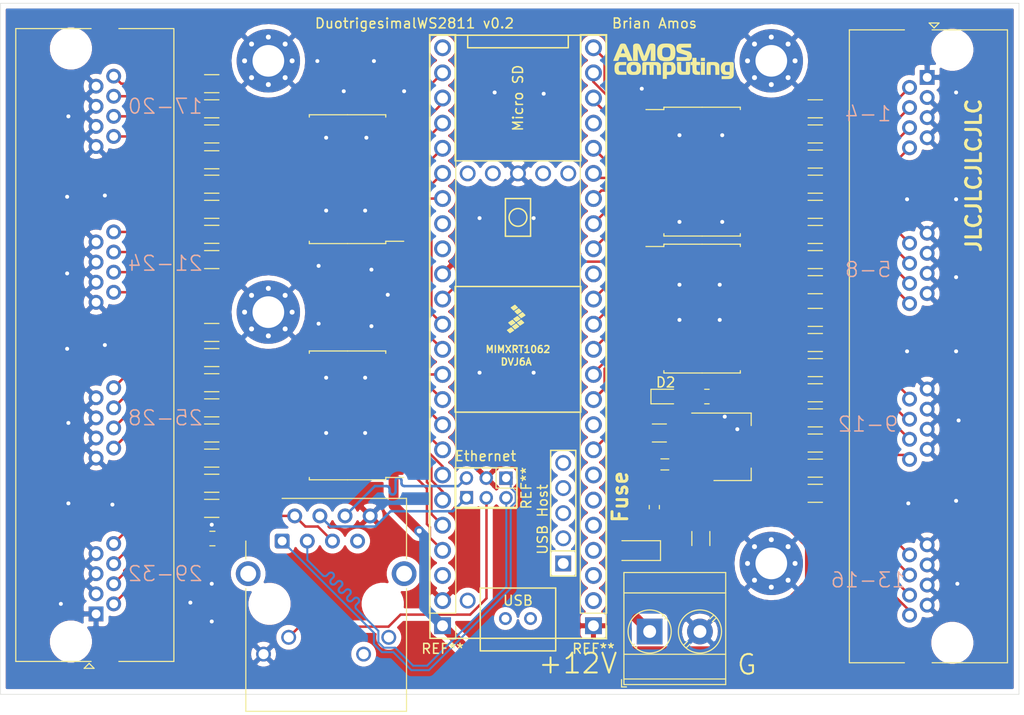
<source format=kicad_pcb>
(kicad_pcb (version 20171130) (host pcbnew "(5.1.9-0-10_14)")
  (layers (0 F.Cu signal) (31 B.Cu signal) (34 B.Paste user) (35 F.Paste user) (36 B.SilkS user) (37 F.SilkS user) (38 B.Mask user) (39 F.Mask user) (44 Edge.Cuts user))
  (net 0 "")
  (net 1 ETH_GND)
  (net 2 "Net-(C1-Pad1)")
  (net 3 +5V)
  (net 4 VCC)
  (net 5 "Net-(D1-Pad1)")
  (net 6 "Net-(D2-Pad1)")
  (net 7 "Net-(F1-Pad2)")
  (net 8 L_18)
  (net 9 L_16)
  (net 10 L_17)
  (net 11 L_15)
  (net 12 L_11)
  (net 13 L_12)
  (net 14 L_14)
  (net 15 L_13)
  (net 16 L_05)
  (net 17 L_07)
  (net 18 L_06)
  (net 19 L_08)
  (net 20 L_04)
  (net 21 L_03)
  (net 22 L_02)
  (net 23 L_01)
  (net 24 L_28)
  (net 25 L_26)
  (net 26 L_27)
  (net 27 L_25)
  (net 28 L_21)
  (net 29 L_22)
  (net 30 L_24)
  (net 31 L_23)
  (net 32 L_31)
  (net 33 L_33)
  (net 34 L_32)
  (net 35 L_34)
  (net 36 L_38)
  (net 37 L_37)
  (net 38 L_36)
  (net 39 L_35)
  (net 40 "Net-(J4-Pad11)")
  (net 41 "Net-(J4-Pad12)")
  (net 42 ETH_LED)
  (net 43 "Net-(J4-Pad7)")
  (net 44 ETH_R-)
  (net 45 ETH_R+)
  (net 46 ETH_T-)
  (net 47 ETH_T+)
  (net 48 "Net-(R2-Pad2)")
  (net 49 "Net-(R3-Pad2)")
  (net 50 "Net-(R4-Pad2)")
  (net 51 "Net-(R5-Pad2)")
  (net 52 "Net-(R6-Pad2)")
  (net 53 "Net-(R7-Pad2)")
  (net 54 "Net-(R8-Pad2)")
  (net 55 "Net-(R9-Pad2)")
  (net 56 "Net-(R10-Pad2)")
  (net 57 "Net-(R11-Pad2)")
  (net 58 "Net-(R12-Pad2)")
  (net 59 "Net-(R13-Pad2)")
  (net 60 "Net-(R14-Pad2)")
  (net 61 "Net-(R15-Pad2)")
  (net 62 "Net-(R16-Pad2)")
  (net 63 "Net-(R17-Pad2)")
  (net 64 "Net-(R18-Pad2)")
  (net 65 "Net-(R19-Pad2)")
  (net 66 "Net-(R20-Pad2)")
  (net 67 "Net-(R21-Pad2)")
  (net 68 "Net-(R22-Pad2)")
  (net 69 "Net-(R23-Pad2)")
  (net 70 "Net-(R24-Pad2)")
  (net 71 "Net-(R25-Pad2)")
  (net 72 "Net-(R26-Pad2)")
  (net 73 "Net-(R27-Pad2)")
  (net 74 "Net-(R28-Pad2)")
  (net 75 "Net-(R29-Pad2)")
  (net 76 "Net-(R30-Pad2)")
  (net 77 "Net-(R31-Pad2)")
  (net 78 "Net-(R32-Pad2)")
  (net 79 "Net-(R33-Pad2)")
  (net 80 "Net-(U1-Pad67)")
  (net 81 "Net-(U1-Pad66)")
  (net 82 "Net-(U1-Pad54)")
  (net 83 "Net-(U1-Pad53)")
  (net 84 "Net-(U1-Pad51)")
  (net 85 "Net-(U1-Pad50)")
  (net 86 P_10)
  (net 87 P_11)
  (net 88 P_12)
  (net 89 P_13)
  (net 90 P_09)
  (net 91 "Net-(U1-Pad15)")
  (net 92 P_07)
  (net 93 "Net-(U1-Pad21)")
  (net 94 P_14)
  (net 95 P_15)
  (net 96 P_16)
  (net 97 "Net-(U1-Pad25)")
  (net 98 P_17)
  (net 99 P_18)
  (net 100 P_19)
  (net 101 P_20)
  (net 102 P_21)
  (net 103 P_22)
  (net 104 "Net-(U1-Pad32)")
  (net 105 "Net-(U1-Pad33)")
  (net 106 P_06)
  (net 107 P_05)
  (net 108 P_04)
  (net 109 P_03)
  (net 110 P_02)
  (net 111 P_01)
  (net 112 "Net-(U1-Pad7)")
  (net 113 "Net-(U1-Pad6)")
  (net 114 "Net-(U1-Pad5)")
  (net 115 "Net-(U1-Pad4)")
  (net 116 "Net-(U1-Pad3)")
  (net 117 "Net-(U1-Pad2)")
  (net 118 P_08)
  (net 119 P_23)
  (net 120 P_24)
  (net 121 P_25)
  (net 122 P_26)
  (net 123 P_27)
  (net 124 P_28)
  (net 125 P_29)
  (net 126 P_30)
  (net 127 P_31)
  (net 128 P_32)
  (net 129 "Net-(U1-Pad46)")
  (net 130 "Net-(U1-Pad55)")
  (net 131 "Net-(U1-Pad56)")
  (net 132 "Net-(U1-Pad57)")
  (net 133 "Net-(U1-Pad58)")
  (net 134 "Net-(U1-Pad59)")
  (net 135 "Net-(U1-Pad49)")
  (net 136 "Net-(C3-Pad2)")
  (module Connector_PinHeader_2.54mm:PinHeader_1x24_P2.54mm_Vertical (layer F.Cu) (at 141.1732 113.7158 180)
    (fp_text reference REF** (at 0 -2.33) (layer F.SilkS))
    (fp_text value PinHeader_1x24_P2.54mm_Vertical)
    (pad 1 thru_hole rect (at 0 0 180) (size 1.7 1.7) (drill 1) (layers *.Cu *.Mask))
    (pad 2 thru_hole oval (at 0 2.54 180) (size 1.7 1.7) (drill 1) (layers *.Cu *.Mask))
    (pad 3 thru_hole oval (at 0 5.08 180) (size 1.7 1.7) (drill 1) (layers *.Cu *.Mask))
    (pad 4 thru_hole oval (at 0 7.62 180) (size 1.7 1.7) (drill 1) (layers *.Cu *.Mask))
    (pad 5 thru_hole oval (at 0 10.16 180) (size 1.7 1.7) (drill 1) (layers *.Cu *.Mask))
    (pad 6 thru_hole oval (at 0 12.7 180) (size 1.7 1.7) (drill 1) (layers *.Cu *.Mask))
    (pad 7 thru_hole oval (at 0 15.24 180) (size 1.7 1.7) (drill 1) (layers *.Cu *.Mask))
    (pad 8 thru_hole oval (at 0 17.78 180) (size 1.7 1.7) (drill 1) (layers *.Cu *.Mask))
    (pad 9 thru_hole oval (at 0 20.32 180) (size 1.7 1.7) (drill 1) (layers *.Cu *.Mask))
    (pad 10 thru_hole oval (at 0 22.86 180) (size 1.7 1.7) (drill 1) (layers *.Cu *.Mask))
    (pad 11 thru_hole oval (at 0 25.4 180) (size 1.7 1.7) (drill 1) (layers *.Cu *.Mask))
    (pad 12 thru_hole oval (at 0 27.94 180) (size 1.7 1.7) (drill 1) (layers *.Cu *.Mask))
    (pad 13 thru_hole oval (at 0 30.48 180) (size 1.7 1.7) (drill 1) (layers *.Cu *.Mask))
    (pad 14 thru_hole oval (at 0 33.02 180) (size 1.7 1.7) (drill 1) (layers *.Cu *.Mask))
    (pad 15 thru_hole oval (at 0 35.56 180) (size 1.7 1.7) (drill 1) (layers *.Cu *.Mask))
    (pad 16 thru_hole oval (at 0 38.1 180) (size 1.7 1.7) (drill 1) (layers *.Cu *.Mask))
    (pad 17 thru_hole oval (at 0 40.64 180) (size 1.7 1.7) (drill 1) (layers *.Cu *.Mask))
    (pad 18 thru_hole oval (at 0 43.18 180) (size 1.7 1.7) (drill 1) (layers *.Cu *.Mask))
    (pad 19 thru_hole oval (at 0 45.72 180) (size 1.7 1.7) (drill 1) (layers *.Cu *.Mask))
    (pad 20 thru_hole oval (at 0 48.26 180) (size 1.7 1.7) (drill 1) (layers *.Cu *.Mask))
    (pad 21 thru_hole oval (at 0 50.8 180) (size 1.7 1.7) (drill 1) (layers *.Cu *.Mask))
    (pad 22 thru_hole oval (at 0 53.34 180) (size 1.7 1.7) (drill 1) (layers *.Cu *.Mask))
    (pad 23 thru_hole oval (at 0 55.88 180) (size 1.7 1.7) (drill 1) (layers *.Cu *.Mask))
    (pad 24 thru_hole oval (at 0 58.42 180) (size 1.7 1.7) (drill 1) (layers *.Cu *.Mask))
  )
  (module Connector_PinHeader_2.54mm:PinHeader_1x24_P2.54mm_Vertical (layer F.Cu) (at 156.4132 113.7158 180)
    (fp_text reference REF** (at 0 -2.33) (layer F.SilkS))
    (fp_text value PinHeader_1x24_P2.54mm_Vertical)
    (pad 24 thru_hole oval (at 0 58.42 180) (size 1.7 1.7) (drill 1) (layers *.Cu *.Mask))
    (pad 23 thru_hole oval (at 0 55.88 180) (size 1.7 1.7) (drill 1) (layers *.Cu *.Mask))
    (pad 22 thru_hole oval (at 0 53.34 180) (size 1.7 1.7) (drill 1) (layers *.Cu *.Mask))
    (pad 21 thru_hole oval (at 0 50.8 180) (size 1.7 1.7) (drill 1) (layers *.Cu *.Mask))
    (pad 20 thru_hole oval (at 0 48.26 180) (size 1.7 1.7) (drill 1) (layers *.Cu *.Mask))
    (pad 19 thru_hole oval (at 0 45.72 180) (size 1.7 1.7) (drill 1) (layers *.Cu *.Mask))
    (pad 18 thru_hole oval (at 0 43.18 180) (size 1.7 1.7) (drill 1) (layers *.Cu *.Mask))
    (pad 17 thru_hole oval (at 0 40.64 180) (size 1.7 1.7) (drill 1) (layers *.Cu *.Mask))
    (pad 16 thru_hole oval (at 0 38.1 180) (size 1.7 1.7) (drill 1) (layers *.Cu *.Mask))
    (pad 15 thru_hole oval (at 0 35.56 180) (size 1.7 1.7) (drill 1) (layers *.Cu *.Mask))
    (pad 14 thru_hole oval (at 0 33.02 180) (size 1.7 1.7) (drill 1) (layers *.Cu *.Mask))
    (pad 13 thru_hole oval (at 0 30.48 180) (size 1.7 1.7) (drill 1) (layers *.Cu *.Mask))
    (pad 12 thru_hole oval (at 0 27.94 180) (size 1.7 1.7) (drill 1) (layers *.Cu *.Mask))
    (pad 11 thru_hole oval (at 0 25.4 180) (size 1.7 1.7) (drill 1) (layers *.Cu *.Mask))
    (pad 10 thru_hole oval (at 0 22.86 180) (size 1.7 1.7) (drill 1) (layers *.Cu *.Mask))
    (pad 9 thru_hole oval (at 0 20.32 180) (size 1.7 1.7) (drill 1) (layers *.Cu *.Mask))
    (pad 8 thru_hole oval (at 0 17.78 180) (size 1.7 1.7) (drill 1) (layers *.Cu *.Mask))
    (pad 7 thru_hole oval (at 0 15.24 180) (size 1.7 1.7) (drill 1) (layers *.Cu *.Mask))
    (pad 6 thru_hole oval (at 0 12.7 180) (size 1.7 1.7) (drill 1) (layers *.Cu *.Mask))
    (pad 5 thru_hole oval (at 0 10.16 180) (size 1.7 1.7) (drill 1) (layers *.Cu *.Mask))
    (pad 4 thru_hole oval (at 0 7.62 180) (size 1.7 1.7) (drill 1) (layers *.Cu *.Mask))
    (pad 3 thru_hole oval (at 0 5.08 180) (size 1.7 1.7) (drill 1) (layers *.Cu *.Mask))
    (pad 2 thru_hole oval (at 0 2.54 180) (size 1.7 1.7) (drill 1) (layers *.Cu *.Mask))
    (pad 1 thru_hole rect (at 0 0 180) (size 1.7 1.7) (drill 1) (layers *.Cu *.Mask))
  )
  (module Connector_PinHeader_2.00mm:PinHeader_2x03_P2.00mm_Vertical (layer F.Cu) (at 147.574 98.806 270)
    (fp_text reference REF** (at 1 -2.06 90) (layer F.SilkS))
    (fp_text value PinHeader_2x03_P2.00mm_Vertical)
    (pad 6 thru_hole oval (at 2 4 270) (size 1.35 1.35) (drill 0.8) (layers *.Cu *.Mask))
    (pad 5 thru_hole oval (at 0 4 270) (size 1.35 1.35) (drill 0.8) (layers *.Cu *.Mask))
    (pad 4 thru_hole oval (at 2 2 270) (size 1.35 1.35) (drill 0.8) (layers *.Cu *.Mask))
    (pad 3 thru_hole oval (at 0 2 270) (size 1.35 1.35) (drill 0.8) (layers *.Cu *.Mask))
    (pad 2 thru_hole oval (at 2 0 270) (size 1.35 1.35) (drill 0.8) (layers *.Cu *.Mask))
    (pad 1 thru_hole rect (at 0 0 270) (size 1.35 1.35) (drill 0.8) (layers *.Cu *.Mask))
  )
  (module Controller_T41_rev0.2:logo (layer F.Cu) (at 164.5412 56.642)
    (fp_text reference G*** hide)
    (fp_text value LOGO hide)
  )
  (module LED_SMD:LED_0603_1608Metric (layer F.Cu) (at 163.703 90.551)
    (fp_text reference D2 (at 0 -1.43) (layer F.SilkS))
    (fp_text value red)
    (pad 2 smd roundrect (at 0.7875 0) (size 0.875 0.95) (layers F.Cu F.Paste F.Mask) (net 3 +5V))
    (pad 1 smd roundrect (at -0.7875 0) (size 0.875 0.95) (layers F.Cu F.Paste F.Mask) (net 6 "Net-(D2-Pad1)"))
  )
  (module teensy:Teensy41 (layer F.Cu) (at 148.78812 84.50834 90)
    (fp_text reference U1)
    (fp_text value Teensy4.1)
    (fp_text user "USB Host" (at -18.4658 2.4892 90) (layer F.SilkS))
    (fp_text user Ethernet (at -12.065 -3.2766) (layer F.SilkS))
    (fp_text user USB (at -26.67 0 180) (layer F.SilkS))
    (fp_text user "Micro SD" (at 24.13 0 90) (layer F.SilkS))
    (fp_text user MIMXRT1062 (at -1.27 0 180) (layer F.SilkS) (effects (font (size 0.7 0.7))))
    (fp_text user DVJ6A (at -2.54 -0.18 180) (layer F.SilkS) (effects (font (size 0.7 0.7))))
    (pad 67 thru_hole circle (at -28.48 -1.27 90) (size 1.3 1.3) (drill 0.8) (layers *.Cu *.Mask) (net 80 "Net-(U1-Pad67)"))
    (pad 66 thru_hole circle (at -28.48 1.27 90) (size 1.3 1.3) (drill 0.8) (layers *.Cu *.Mask) (net 81 "Net-(U1-Pad66)"))
    (pad 54 thru_hole circle (at 16.51 -5.08 90) (size 1.6 1.6) (drill 1.1) (layers *.Cu *.Mask) (net 82 "Net-(U1-Pad54)"))
    (pad 53 thru_hole circle (at 16.51 -2.54 90) (size 1.6 1.6) (drill 1.1) (layers *.Cu *.Mask) (net 83 "Net-(U1-Pad53)"))
    (pad 52 thru_hole circle (at 16.51 0 90) (size 1.6 1.6) (drill 1.1) (layers *.Cu *.Mask) (net 1 ETH_GND))
    (pad 51 thru_hole circle (at 16.51 2.54 90) (size 1.6 1.6) (drill 1.1) (layers *.Cu *.Mask) (net 84 "Net-(U1-Pad51)"))
    (pad 50 thru_hole circle (at 16.51 5.08 90) (size 1.6 1.6) (drill 1.1) (layers *.Cu *.Mask) (net 85 "Net-(U1-Pad50)"))
    (pad 62 thru_hole circle (at -16.24 -1.1816 90) (size 1.3 1.3) (drill 0.8) (layers *.Cu *.Mask) (net 46 ETH_T-))
    (pad 63 thru_hole circle (at -14.24 -1.1816 90) (size 1.3 1.3) (drill 0.8) (layers *.Cu *.Mask) (net 47 ETH_T+))
    (pad 64 thru_hole circle (at -14.24 -3.1816 90) (size 1.3 1.3) (drill 0.8) (layers *.Cu *.Mask) (net 1 ETH_GND))
    (pad 61 thru_hole circle (at -16.24 -3.1816 90) (size 1.3 1.3) (drill 0.8) (layers *.Cu *.Mask) (net 42 ETH_LED))
    (pad 65 thru_hole circle (at -14.24 -5.1816 90) (size 1.3 1.3) (drill 0.8) (layers *.Cu *.Mask) (net 44 ETH_R-))
    (pad 60 thru_hole rect (at -16.24 -5.1816 90) (size 1.3 1.3) (drill 0.8) (layers *.Cu *.Mask) (net 45 ETH_R+))
    (pad 17 thru_hole circle (at 11.43 7.62 90) (size 1.6 1.6) (drill 1.1) (layers *.Cu *.Mask) (net 86 P_10))
    (pad 18 thru_hole circle (at 13.97 7.62 90) (size 1.6 1.6) (drill 1.1) (layers *.Cu *.Mask) (net 87 P_11))
    (pad 19 thru_hole circle (at 16.51 7.62 90) (size 1.6 1.6) (drill 1.1) (layers *.Cu *.Mask) (net 88 P_12))
    (pad 20 thru_hole circle (at 19.05 7.62 90) (size 1.6 1.6) (drill 1.1) (layers *.Cu *.Mask) (net 89 P_13))
    (pad 16 thru_hole circle (at 8.89 7.62 90) (size 1.6 1.6) (drill 1.1) (layers *.Cu *.Mask) (net 90 P_09))
    (pad 15 thru_hole circle (at 6.35 7.62 90) (size 1.6 1.6) (drill 1.1) (layers *.Cu *.Mask) (net 91 "Net-(U1-Pad15)"))
    (pad 14 thru_hole circle (at 3.81 7.62 90) (size 1.6 1.6) (drill 1.1) (layers *.Cu *.Mask) (net 92 P_07))
    (pad 21 thru_hole circle (at 21.59 7.62 90) (size 1.6 1.6) (drill 1.1) (layers *.Cu *.Mask) (net 93 "Net-(U1-Pad21)"))
    (pad 22 thru_hole circle (at 24.13 7.62 90) (size 1.6 1.6) (drill 1.1) (layers *.Cu *.Mask) (net 94 P_14))
    (pad 23 thru_hole circle (at 26.67 7.62 90) (size 1.6 1.6) (drill 1.1) (layers *.Cu *.Mask) (net 95 P_15))
    (pad 24 thru_hole circle (at 29.21 7.62 90) (size 1.6 1.6) (drill 1.1) (layers *.Cu *.Mask) (net 96 P_16))
    (pad 25 thru_hole circle (at 29.21 -7.62 90) (size 1.6 1.6) (drill 1.1) (layers *.Cu *.Mask) (net 97 "Net-(U1-Pad25)"))
    (pad 26 thru_hole circle (at 26.67 -7.62 90) (size 1.6 1.6) (drill 1.1) (layers *.Cu *.Mask) (net 98 P_17))
    (pad 27 thru_hole circle (at 24.13 -7.62 90) (size 1.6 1.6) (drill 1.1) (layers *.Cu *.Mask) (net 99 P_18))
    (pad 28 thru_hole circle (at 21.59 -7.62 90) (size 1.6 1.6) (drill 1.1) (layers *.Cu *.Mask) (net 100 P_19))
    (pad 29 thru_hole circle (at 19.05 -7.62 90) (size 1.6 1.6) (drill 1.1) (layers *.Cu *.Mask) (net 101 P_20))
    (pad 30 thru_hole circle (at 16.51 -7.62 90) (size 1.6 1.6) (drill 1.1) (layers *.Cu *.Mask) (net 102 P_21))
    (pad 31 thru_hole circle (at 13.97 -7.62 90) (size 1.6 1.6) (drill 1.1) (layers *.Cu *.Mask) (net 103 P_22))
    (pad 32 thru_hole circle (at 11.43 -7.62 90) (size 1.6 1.6) (drill 1.1) (layers *.Cu *.Mask) (net 104 "Net-(U1-Pad32)"))
    (pad 33 thru_hole circle (at 8.89 -7.62 90) (size 1.6 1.6) (drill 1.1) (layers *.Cu *.Mask) (net 105 "Net-(U1-Pad33)"))
    (pad 34 thru_hole circle (at 6.35 -7.62 90) (size 1.6 1.6) (drill 1.1) (layers *.Cu *.Mask) (net 1 ETH_GND))
    (pad 13 thru_hole circle (at 1.27 7.62 90) (size 1.6 1.6) (drill 1.1) (layers *.Cu *.Mask) (net 106 P_06))
    (pad 12 thru_hole circle (at -1.27 7.62 90) (size 1.6 1.6) (drill 1.1) (layers *.Cu *.Mask) (net 107 P_05))
    (pad 11 thru_hole circle (at -3.81 7.62 90) (size 1.6 1.6) (drill 1.1) (layers *.Cu *.Mask) (net 108 P_04))
    (pad 10 thru_hole circle (at -6.35 7.62 90) (size 1.6 1.6) (drill 1.1) (layers *.Cu *.Mask) (net 109 P_03))
    (pad 9 thru_hole circle (at -8.89 7.62 90) (size 1.6 1.6) (drill 1.1) (layers *.Cu *.Mask) (net 110 P_02))
    (pad 8 thru_hole circle (at -11.43 7.62 90) (size 1.6 1.6) (drill 1.1) (layers *.Cu *.Mask) (net 111 P_01))
    (pad 7 thru_hole circle (at -13.97 7.62 90) (size 1.6 1.6) (drill 1.1) (layers *.Cu *.Mask) (net 112 "Net-(U1-Pad7)"))
    (pad 6 thru_hole circle (at -16.51 7.62 90) (size 1.6 1.6) (drill 1.1) (layers *.Cu *.Mask) (net 113 "Net-(U1-Pad6)"))
    (pad 5 thru_hole circle (at -19.05 7.62 90) (size 1.6 1.6) (drill 1.1) (layers *.Cu *.Mask) (net 114 "Net-(U1-Pad5)"))
    (pad 4 thru_hole circle (at -21.59 7.62 90) (size 1.6 1.6) (drill 1.1) (layers *.Cu *.Mask) (net 115 "Net-(U1-Pad4)"))
    (pad 3 thru_hole circle (at -24.13 7.62 90) (size 1.6 1.6) (drill 1.1) (layers *.Cu *.Mask) (net 116 "Net-(U1-Pad3)"))
    (pad 2 thru_hole circle (at -26.67 7.62 90) (size 1.6 1.6) (drill 1.1) (layers *.Cu *.Mask) (net 117 "Net-(U1-Pad2)"))
    (pad 1 thru_hole rect (at -29.21 7.62 90) (size 1.6 1.6) (drill 1.1) (layers *.Cu *.Mask) (net 1 ETH_GND))
    (pad 35 thru_hole circle (at 3.81 -7.62 90) (size 1.6 1.6) (drill 1.1) (layers *.Cu *.Mask) (net 118 P_08))
    (pad 36 thru_hole circle (at 1.27 -7.62 90) (size 1.6 1.6) (drill 1.1) (layers *.Cu *.Mask) (net 119 P_23))
    (pad 37 thru_hole circle (at -1.27 -7.62 90) (size 1.6 1.6) (drill 1.1) (layers *.Cu *.Mask) (net 120 P_24))
    (pad 38 thru_hole circle (at -3.81 -7.62 90) (size 1.6 1.6) (drill 1.1) (layers *.Cu *.Mask) (net 121 P_25))
    (pad 39 thru_hole circle (at -6.35 -7.62 90) (size 1.6 1.6) (drill 1.1) (layers *.Cu *.Mask) (net 122 P_26))
    (pad 40 thru_hole circle (at -8.89 -7.62 90) (size 1.6 1.6) (drill 1.1) (layers *.Cu *.Mask) (net 123 P_27))
    (pad 41 thru_hole circle (at -11.43 -7.62 90) (size 1.6 1.6) (drill 1.1) (layers *.Cu *.Mask) (net 124 P_28))
    (pad 42 thru_hole circle (at -13.97 -7.62 90) (size 1.6 1.6) (drill 1.1) (layers *.Cu *.Mask) (net 125 P_29))
    (pad 43 thru_hole circle (at -16.51 -7.62 90) (size 1.6 1.6) (drill 1.1) (layers *.Cu *.Mask) (net 126 P_30))
    (pad 44 thru_hole circle (at -19.05 -7.62 90) (size 1.6 1.6) (drill 1.1) (layers *.Cu *.Mask) (net 127 P_31))
    (pad 45 thru_hole circle (at -21.59 -7.62 90) (size 1.6 1.6) (drill 1.1) (layers *.Cu *.Mask) (net 128 P_32))
    (pad 46 thru_hole circle (at -24.13 -7.62 90) (size 1.6 1.6) (drill 1.1) (layers *.Cu *.Mask) (net 129 "Net-(U1-Pad46)"))
    (pad 47 thru_hole circle (at -26.67 -7.62 90) (size 1.6 1.6) (drill 1.1) (layers *.Cu *.Mask) (net 1 ETH_GND))
    (pad 48 thru_hole circle (at -29.21 -7.62 90) (size 1.6 1.6) (drill 1.1) (layers *.Cu *.Mask) (net 3 +5V))
    (pad 55 thru_hole rect (at -22.9108 4.5692 90) (size 1.6 1.6) (drill 1.1) (layers *.Cu *.Mask) (net 130 "Net-(U1-Pad55)"))
    (pad 56 thru_hole circle (at -20.3708 4.5692 90) (size 1.6 1.6) (drill 1.1) (layers *.Cu *.Mask) (net 131 "Net-(U1-Pad56)"))
    (pad 57 thru_hole circle (at -17.8308 4.5692 90) (size 1.6 1.6) (drill 1.1) (layers *.Cu *.Mask) (net 132 "Net-(U1-Pad57)"))
    (pad 58 thru_hole circle (at -15.2908 4.5692 90) (size 1.6 1.6) (drill 1.1) (layers *.Cu *.Mask) (net 133 "Net-(U1-Pad58)"))
    (pad 59 thru_hole circle (at -12.7508 4.5692 90) (size 1.6 1.6) (drill 1.1) (layers *.Cu *.Mask) (net 134 "Net-(U1-Pad59)"))
    (pad 49 thru_hole circle (at -26.67 -5.08 90) (size 1.6 1.6) (drill 1.1) (layers *.Cu *.Mask) (net 135 "Net-(U1-Pad49)"))
  )
  (module Connector_RJ:RJ45_Cetus_J1B1211CCD_Horizontal (layer F.Cu) (at 124.968 105.156)
    (fp_text reference J4)
    (fp_text value RJ45_LED)
    (pad 11 thru_hole circle (at 8.23 11.43) (size 1.5 1.5) (drill 1.02) (layers *.Cu *.Mask) (net 40 "Net-(J4-Pad11)"))
    (pad 12 thru_hole circle (at 10.77 9.73) (size 1.5 1.5) (drill 1.02) (layers *.Cu *.Mask) (net 41 "Net-(J4-Pad12)"))
    (pad 10 thru_hole circle (at 0.66 9.73) (size 1.5 1.5) (drill 1.02) (layers *.Cu *.Mask) (net 42 ETH_LED))
    (pad 9 thru_hole circle (at -1.88 11.43) (size 1.5 1.5) (drill 1.02) (layers *.Cu *.Mask) (net 1 ETH_GND))
    (pad 13 thru_hole circle (at 12.32 3.3) (size 2.5 2.5) (drill 1.6) (layers *.Cu *.Mask))
    (pad 8 thru_hole circle (at 8.89 -2.54) (size 1.5 1.5) (drill 0.9) (layers *.Cu *.Mask) (net 1 ETH_GND))
    (pad 13 thru_hole circle (at -3.43 3.3) (size 2.5 2.5) (drill 1.6) (layers *.Cu *.Mask))
    (pad 7 thru_hole circle (at 7.62 0) (size 1.5 1.5) (drill 0.9) (layers *.Cu *.Mask) (net 43 "Net-(J4-Pad7)"))
    (pad 6 thru_hole circle (at 6.35 -2.54) (size 1.5 1.5) (drill 0.9) (layers *.Cu *.Mask) (net 44 ETH_R-))
    (pad 5 thru_hole circle (at 5.08 0) (size 1.5 1.5) (drill 0.9) (layers *.Cu *.Mask) (net 136 "Net-(C3-Pad2)"))
    (pad 4 thru_hole circle (at 3.81 -2.54) (size 1.5 1.5) (drill 0.9) (layers *.Cu *.Mask) (net 45 ETH_R+))
    (pad 3 thru_hole circle (at 2.54 0) (size 1.5 1.5) (drill 0.9) (layers *.Cu *.Mask) (net 46 ETH_T-))
    (pad 2 thru_hole circle (at 1.27 -2.54) (size 1.5 1.5) (drill 0.9) (layers *.Cu *.Mask) (net 136 "Net-(C3-Pad2)"))
    (pad 1 thru_hole roundrect (at 0 0) (size 1.5 1.5) (drill 0.9) (layers *.Cu *.Mask) (roundrect_rratio 0.167) (net 47 ETH_T+))
    (pad "" np_thru_hole circle (at -1.27 6.35) (size 3.25 3.25) (drill 3.25) (layers *.Cu *.Mask))
    (pad "" np_thru_hole circle (at 10.16 6.35) (size 3.25 3.25) (drill 3.25) (layers *.Cu *.Mask))
  )
  (module Inductor_SMD:L_0805_2012Metric (layer F.Cu) (at 163.6225 97.409 180)
    (fp_text reference FB1)
    (fp_text value "100@100MHz GZ2012D101TF")
    (pad 2 smd roundrect (at 1.0625 0 180) (size 0.875 1.2) (layers F.Cu F.Paste F.Mask) (net 7 "Net-(F1-Pad2)"))
    (pad 1 smd roundrect (at -1.0625 0 180) (size 0.875 1.2) (layers F.Cu F.Paste F.Mask) (net 2 "Net-(C1-Pad1)"))
  )
  (module Controller_T41_rev0.2:RJ45_Amphenol_RJHSE508004-ND‎ (layer F.Cu) (at 106.172 112.522 90)
    (fp_text reference J2)
    (fp_text value 8P8C_x4)
    (pad 28 thru_hole circle (at 50.294 1.78 90) (size 1.5 1.5) (drill 0.89) (layers *.Cu *.Mask) (net 25 L_26))
    (pad 32 thru_hole circle (at 54.358 1.78 90) (size 1.5 1.5) (drill 0.89) (layers *.Cu *.Mask) (net 24 L_28))
    (pad 27 thru_hole circle (at 49.278 0 90) (size 1.5 1.5) (drill 0.89) (layers *.Cu *.Mask) (net 1 ETH_GND))
    (pad 26 thru_hole circle (at 48.262 1.78 90) (size 1.5 1.5) (drill 0.89) (layers *.Cu *.Mask) (net 27 L_25))
    (pad 31 thru_hole circle (at 53.342 0 90) (size 1.5 1.5) (drill 0.89) (layers *.Cu *.Mask) (net 1 ETH_GND))
    (pad 30 thru_hole circle (at 52.326 1.78 90) (size 1.5 1.5) (drill 0.89) (layers *.Cu *.Mask) (net 26 L_27))
    (pad 29 thru_hole circle (at 51.31 0 90) (size 1.5 1.5) (drill 0.89) (layers *.Cu *.Mask) (net 1 ETH_GND))
    (pad 25 thru_hole circle (at 47.246 0 90) (size 1.5 1.5) (drill 0.89) (layers *.Cu *.Mask) (net 1 ETH_GND))
    (pad 20 thru_hole circle (at 34.546 1.78 90) (size 1.5 1.5) (drill 0.89) (layers *.Cu *.Mask) (net 29 L_22))
    (pad 24 thru_hole circle (at 38.61 1.78 90) (size 1.5 1.5) (drill 0.89) (layers *.Cu *.Mask) (net 30 L_24))
    (pad 19 thru_hole circle (at 33.53 0 90) (size 1.5 1.5) (drill 0.89) (layers *.Cu *.Mask) (net 1 ETH_GND))
    (pad 18 thru_hole circle (at 32.514 1.78 90) (size 1.5 1.5) (drill 0.89) (layers *.Cu *.Mask) (net 28 L_21))
    (pad 23 thru_hole circle (at 37.594 0 90) (size 1.5 1.5) (drill 0.89) (layers *.Cu *.Mask) (net 1 ETH_GND))
    (pad 22 thru_hole circle (at 36.578 1.78 90) (size 1.5 1.5) (drill 0.89) (layers *.Cu *.Mask) (net 31 L_23))
    (pad 21 thru_hole circle (at 35.562 0 90) (size 1.5 1.5) (drill 0.89) (layers *.Cu *.Mask) (net 1 ETH_GND))
    (pad 17 thru_hole circle (at 31.498 0 90) (size 1.5 1.5) (drill 0.89) (layers *.Cu *.Mask) (net 1 ETH_GND))
    (pad 4 thru_hole circle (at 3.048 1.78 90) (size 1.5 1.5) (drill 0.89) (layers *.Cu *.Mask) (net 34 L_32))
    (pad 2 thru_hole circle (at 1.016 1.78 90) (size 1.5 1.5) (drill 0.89) (layers *.Cu *.Mask) (net 32 L_31))
    (pad 3 thru_hole circle (at 2.032 0 90) (size 1.5 1.5) (drill 0.89) (layers *.Cu *.Mask) (net 1 ETH_GND))
    (pad 5 thru_hole circle (at 4.064 0 90) (size 1.5 1.5) (drill 0.89) (layers *.Cu *.Mask) (net 1 ETH_GND))
    (pad 16 thru_hole circle (at 22.862 1.78 90) (size 1.5 1.5) (drill 0.89) (layers *.Cu *.Mask) (net 36 L_38))
    (pad 12 thru_hole circle (at 18.798 1.78 90) (size 1.5 1.5) (drill 0.89) (layers *.Cu *.Mask) (net 38 L_36))
    (pad 1 thru_hole rect (at 0 0 90) (size 1.5 1.5) (drill 0.89) (layers *.Cu *.Mask) (net 1 ETH_GND))
    (pad "" np_thru_hole circle (at 57.15 -2.54 90) (size 3.25 3.25) (drill 3.25) (layers *.Cu *.Mask))
    (pad 9 thru_hole circle (at 15.75 0 90) (size 1.5 1.5) (drill 0.89) (layers *.Cu *.Mask) (net 1 ETH_GND))
    (pad 6 thru_hole circle (at 5.08 1.78 90) (size 1.5 1.5) (drill 0.89) (layers *.Cu *.Mask) (net 33 L_33))
    (pad 13 thru_hole circle (at 19.814 0 90) (size 1.5 1.5) (drill 0.89) (layers *.Cu *.Mask) (net 1 ETH_GND))
    (pad 14 thru_hole circle (at 20.83 1.78 90) (size 1.5 1.5) (drill 0.89) (layers *.Cu *.Mask) (net 37 L_37))
    (pad 15 thru_hole circle (at 21.846 0 90) (size 1.5 1.5) (drill 0.89) (layers *.Cu *.Mask) (net 1 ETH_GND))
    (pad 10 thru_hole circle (at 16.766 1.78 90) (size 1.5 1.5) (drill 0.89) (layers *.Cu *.Mask) (net 39 L_35))
    (pad 8 thru_hole circle (at 7.112 1.78 90) (size 1.5 1.5) (drill 0.89) (layers *.Cu *.Mask) (net 35 L_34))
    (pad 7 thru_hole circle (at 6.096 0 90) (size 1.5 1.5) (drill 0.89) (layers *.Cu *.Mask) (net 1 ETH_GND))
    (pad "" np_thru_hole circle (at -2.79 -2.54 90) (size 3.25 3.25) (drill 3.25) (layers *.Cu *.Mask))
    (pad 11 thru_hole circle (at 17.782 0 90) (size 1.5 1.5) (drill 0.89) (layers *.Cu *.Mask) (net 1 ETH_GND))
  )
  (module Controller_T41_rev0.2:RJ45_Amphenol_RJHSE508004-ND‎ (layer F.Cu) (at 190.119 58.293 270)
    (fp_text reference J1)
    (fp_text value 8P8C_x4)
    (pad 28 thru_hole circle (at 50.294 1.78 270) (size 1.5 1.5) (drill 0.89) (layers *.Cu *.Mask) (net 18 L_06))
    (pad 32 thru_hole circle (at 54.358 1.78 270) (size 1.5 1.5) (drill 0.89) (layers *.Cu *.Mask) (net 19 L_08))
    (pad 27 thru_hole circle (at 49.278 0 270) (size 1.5 1.5) (drill 0.89) (layers *.Cu *.Mask) (net 1 ETH_GND))
    (pad 26 thru_hole circle (at 48.262 1.78 270) (size 1.5 1.5) (drill 0.89) (layers *.Cu *.Mask) (net 16 L_05))
    (pad 31 thru_hole circle (at 53.342 0 270) (size 1.5 1.5) (drill 0.89) (layers *.Cu *.Mask) (net 1 ETH_GND))
    (pad 30 thru_hole circle (at 52.326 1.78 270) (size 1.5 1.5) (drill 0.89) (layers *.Cu *.Mask) (net 17 L_07))
    (pad 29 thru_hole circle (at 51.31 0 270) (size 1.5 1.5) (drill 0.89) (layers *.Cu *.Mask) (net 1 ETH_GND))
    (pad 25 thru_hole circle (at 47.246 0 270) (size 1.5 1.5) (drill 0.89) (layers *.Cu *.Mask) (net 1 ETH_GND))
    (pad 20 thru_hole circle (at 34.546 1.78 270) (size 1.5 1.5) (drill 0.89) (layers *.Cu *.Mask) (net 22 L_02))
    (pad 24 thru_hole circle (at 38.61 1.78 270) (size 1.5 1.5) (drill 0.89) (layers *.Cu *.Mask) (net 20 L_04))
    (pad 19 thru_hole circle (at 33.53 0 270) (size 1.5 1.5) (drill 0.89) (layers *.Cu *.Mask) (net 1 ETH_GND))
    (pad 18 thru_hole circle (at 32.514 1.78 270) (size 1.5 1.5) (drill 0.89) (layers *.Cu *.Mask) (net 23 L_01))
    (pad 23 thru_hole circle (at 37.594 0 270) (size 1.5 1.5) (drill 0.89) (layers *.Cu *.Mask) (net 1 ETH_GND))
    (pad 22 thru_hole circle (at 36.578 1.78 270) (size 1.5 1.5) (drill 0.89) (layers *.Cu *.Mask) (net 21 L_03))
    (pad 21 thru_hole circle (at 35.562 0 270) (size 1.5 1.5) (drill 0.89) (layers *.Cu *.Mask) (net 1 ETH_GND))
    (pad 17 thru_hole circle (at 31.498 0 270) (size 1.5 1.5) (drill 0.89) (layers *.Cu *.Mask) (net 1 ETH_GND))
    (pad 4 thru_hole circle (at 3.048 1.78 270) (size 1.5 1.5) (drill 0.89) (layers *.Cu *.Mask) (net 13 L_12))
    (pad 2 thru_hole circle (at 1.016 1.78 270) (size 1.5 1.5) (drill 0.89) (layers *.Cu *.Mask) (net 12 L_11))
    (pad 3 thru_hole circle (at 2.032 0 270) (size 1.5 1.5) (drill 0.89) (layers *.Cu *.Mask) (net 1 ETH_GND))
    (pad 5 thru_hole circle (at 4.064 0 270) (size 1.5 1.5) (drill 0.89) (layers *.Cu *.Mask) (net 1 ETH_GND))
    (pad 16 thru_hole circle (at 22.862 1.78 270) (size 1.5 1.5) (drill 0.89) (layers *.Cu *.Mask) (net 8 L_18))
    (pad 12 thru_hole circle (at 18.798 1.78 270) (size 1.5 1.5) (drill 0.89) (layers *.Cu *.Mask) (net 9 L_16))
    (pad 1 thru_hole rect (at 0 0 270) (size 1.5 1.5) (drill 0.89) (layers *.Cu *.Mask) (net 1 ETH_GND))
    (pad "" np_thru_hole circle (at 57.15 -2.54 270) (size 3.25 3.25) (drill 3.25) (layers *.Cu *.Mask))
    (pad 9 thru_hole circle (at 15.75 0 270) (size 1.5 1.5) (drill 0.89) (layers *.Cu *.Mask) (net 1 ETH_GND))
    (pad 6 thru_hole circle (at 5.08 1.78 270) (size 1.5 1.5) (drill 0.89) (layers *.Cu *.Mask) (net 15 L_13))
    (pad 13 thru_hole circle (at 19.814 0 270) (size 1.5 1.5) (drill 0.89) (layers *.Cu *.Mask) (net 1 ETH_GND))
    (pad 14 thru_hole circle (at 20.83 1.78 270) (size 1.5 1.5) (drill 0.89) (layers *.Cu *.Mask) (net 10 L_17))
    (pad 15 thru_hole circle (at 21.846 0 270) (size 1.5 1.5) (drill 0.89) (layers *.Cu *.Mask) (net 1 ETH_GND))
    (pad 10 thru_hole circle (at 16.766 1.78 270) (size 1.5 1.5) (drill 0.89) (layers *.Cu *.Mask) (net 11 L_15))
    (pad 8 thru_hole circle (at 7.112 1.78 270) (size 1.5 1.5) (drill 0.89) (layers *.Cu *.Mask) (net 14 L_14))
    (pad 7 thru_hole circle (at 6.096 0 270) (size 1.5 1.5) (drill 0.89) (layers *.Cu *.Mask) (net 1 ETH_GND))
    (pad "" np_thru_hole circle (at -2.79 -2.54 270) (size 3.25 3.25) (drill 3.25) (layers *.Cu *.Mask))
    (pad 11 thru_hole circle (at 17.782 0 270) (size 1.5 1.5) (drill 0.89) (layers *.Cu *.Mask) (net 1 ETH_GND))
  )
  (module Package_SO:SOIC-20W_7.5x12.8mm_P1.27mm (layer F.Cu) (at 131.572 92.456 180)
    (fp_text reference U6)
    (fp_text value 74HCT245)
    (pad 20 smd roundrect (at 4.65 -5.715 180) (size 2.05 0.6) (layers F.Cu F.Paste F.Mask) (net 3 +5V))
    (pad 19 smd roundrect (at 4.65 -4.445 180) (size 2.05 0.6) (layers F.Cu F.Paste F.Mask) (net 1 ETH_GND))
    (pad 18 smd roundrect (at 4.65 -3.175 180) (size 2.05 0.6) (layers F.Cu F.Paste F.Mask) (net 72 "Net-(R26-Pad2)"))
    (pad 17 smd roundrect (at 4.65 -1.905 180) (size 2.05 0.6) (layers F.Cu F.Paste F.Mask) (net 73 "Net-(R27-Pad2)"))
    (pad 16 smd roundrect (at 4.65 -0.635 180) (size 2.05 0.6) (layers F.Cu F.Paste F.Mask) (net 74 "Net-(R28-Pad2)"))
    (pad 15 smd roundrect (at 4.65 0.635 180) (size 2.05 0.6) (layers F.Cu F.Paste F.Mask) (net 75 "Net-(R29-Pad2)"))
    (pad 14 smd roundrect (at 4.65 1.905 180) (size 2.05 0.6) (layers F.Cu F.Paste F.Mask) (net 76 "Net-(R30-Pad2)"))
    (pad 13 smd roundrect (at 4.65 3.175 180) (size 2.05 0.6) (layers F.Cu F.Paste F.Mask) (net 77 "Net-(R31-Pad2)"))
    (pad 12 smd roundrect (at 4.65 4.445 180) (size 2.05 0.6) (layers F.Cu F.Paste F.Mask) (net 78 "Net-(R32-Pad2)"))
    (pad 11 smd roundrect (at 4.65 5.715 180) (size 2.05 0.6) (layers F.Cu F.Paste F.Mask) (net 79 "Net-(R33-Pad2)"))
    (pad 10 smd roundrect (at -4.65 5.715 180) (size 2.05 0.6) (layers F.Cu F.Paste F.Mask) (net 1 ETH_GND))
    (pad 9 smd roundrect (at -4.65 4.445 180) (size 2.05 0.6) (layers F.Cu F.Paste F.Mask) (net 121 P_25))
    (pad 8 smd roundrect (at -4.65 3.175 180) (size 2.05 0.6) (layers F.Cu F.Paste F.Mask) (net 122 P_26))
    (pad 7 smd roundrect (at -4.65 1.905 180) (size 2.05 0.6) (layers F.Cu F.Paste F.Mask) (net 123 P_27))
    (pad 6 smd roundrect (at -4.65 0.635 180) (size 2.05 0.6) (layers F.Cu F.Paste F.Mask) (net 124 P_28))
    (pad 5 smd roundrect (at -4.65 -0.635 180) (size 2.05 0.6) (layers F.Cu F.Paste F.Mask) (net 125 P_29))
    (pad 4 smd roundrect (at -4.65 -1.905 180) (size 2.05 0.6) (layers F.Cu F.Paste F.Mask) (net 126 P_30))
    (pad 3 smd roundrect (at -4.65 -3.175 180) (size 2.05 0.6) (layers F.Cu F.Paste F.Mask) (net 127 P_31))
    (pad 2 smd roundrect (at -4.65 -4.445 180) (size 2.05 0.6) (layers F.Cu F.Paste F.Mask) (net 128 P_32))
    (pad 1 smd roundrect (at -4.65 -5.715 180) (size 2.05 0.6) (layers F.Cu F.Paste F.Mask) (net 3 +5V))
  )
  (module Package_SO:SOIC-20W_7.5x12.8mm_P1.27mm (layer F.Cu) (at 167.386 67.818)
    (fp_text reference U5)
    (fp_text value 74HCT245)
    (pad 20 smd roundrect (at 4.65 -5.715) (size 2.05 0.6) (layers F.Cu F.Paste F.Mask) (net 3 +5V))
    (pad 19 smd roundrect (at 4.65 -4.445) (size 2.05 0.6) (layers F.Cu F.Paste F.Mask) (net 1 ETH_GND))
    (pad 18 smd roundrect (at 4.65 -3.175) (size 2.05 0.6) (layers F.Cu F.Paste F.Mask) (net 64 "Net-(R18-Pad2)"))
    (pad 17 smd roundrect (at 4.65 -1.905) (size 2.05 0.6) (layers F.Cu F.Paste F.Mask) (net 65 "Net-(R19-Pad2)"))
    (pad 16 smd roundrect (at 4.65 -0.635) (size 2.05 0.6) (layers F.Cu F.Paste F.Mask) (net 66 "Net-(R20-Pad2)"))
    (pad 15 smd roundrect (at 4.65 0.635) (size 2.05 0.6) (layers F.Cu F.Paste F.Mask) (net 67 "Net-(R21-Pad2)"))
    (pad 14 smd roundrect (at 4.65 1.905) (size 2.05 0.6) (layers F.Cu F.Paste F.Mask) (net 68 "Net-(R22-Pad2)"))
    (pad 13 smd roundrect (at 4.65 3.175) (size 2.05 0.6) (layers F.Cu F.Paste F.Mask) (net 69 "Net-(R23-Pad2)"))
    (pad 12 smd roundrect (at 4.65 4.445) (size 2.05 0.6) (layers F.Cu F.Paste F.Mask) (net 70 "Net-(R24-Pad2)"))
    (pad 11 smd roundrect (at 4.65 5.715) (size 2.05 0.6) (layers F.Cu F.Paste F.Mask) (net 71 "Net-(R25-Pad2)"))
    (pad 10 smd roundrect (at -4.65 5.715) (size 2.05 0.6) (layers F.Cu F.Paste F.Mask) (net 1 ETH_GND))
    (pad 9 smd roundrect (at -4.65 4.445) (size 2.05 0.6) (layers F.Cu F.Paste F.Mask) (net 90 P_09))
    (pad 8 smd roundrect (at -4.65 3.175) (size 2.05 0.6) (layers F.Cu F.Paste F.Mask) (net 86 P_10))
    (pad 7 smd roundrect (at -4.65 1.905) (size 2.05 0.6) (layers F.Cu F.Paste F.Mask) (net 87 P_11))
    (pad 6 smd roundrect (at -4.65 0.635) (size 2.05 0.6) (layers F.Cu F.Paste F.Mask) (net 88 P_12))
    (pad 5 smd roundrect (at -4.65 -0.635) (size 2.05 0.6) (layers F.Cu F.Paste F.Mask) (net 89 P_13))
    (pad 4 smd roundrect (at -4.65 -1.905) (size 2.05 0.6) (layers F.Cu F.Paste F.Mask) (net 94 P_14))
    (pad 3 smd roundrect (at -4.65 -3.175) (size 2.05 0.6) (layers F.Cu F.Paste F.Mask) (net 95 P_15))
    (pad 2 smd roundrect (at -4.65 -4.445) (size 2.05 0.6) (layers F.Cu F.Paste F.Mask) (net 96 P_16))
    (pad 1 smd roundrect (at -4.65 -5.715) (size 2.05 0.6) (layers F.Cu F.Paste F.Mask) (net 3 +5V))
  )
  (module Package_SO:SOIC-20W_7.5x12.8mm_P1.27mm (layer F.Cu) (at 131.572 68.58 180)
    (fp_text reference U4)
    (fp_text value 74HCT245)
    (pad 20 smd roundrect (at 4.65 -5.715 180) (size 2.05 0.6) (layers F.Cu F.Paste F.Mask) (net 3 +5V))
    (pad 19 smd roundrect (at 4.65 -4.445 180) (size 2.05 0.6) (layers F.Cu F.Paste F.Mask) (net 1 ETH_GND))
    (pad 18 smd roundrect (at 4.65 -3.175 180) (size 2.05 0.6) (layers F.Cu F.Paste F.Mask) (net 56 "Net-(R10-Pad2)"))
    (pad 17 smd roundrect (at 4.65 -1.905 180) (size 2.05 0.6) (layers F.Cu F.Paste F.Mask) (net 57 "Net-(R11-Pad2)"))
    (pad 16 smd roundrect (at 4.65 -0.635 180) (size 2.05 0.6) (layers F.Cu F.Paste F.Mask) (net 58 "Net-(R12-Pad2)"))
    (pad 15 smd roundrect (at 4.65 0.635 180) (size 2.05 0.6) (layers F.Cu F.Paste F.Mask) (net 59 "Net-(R13-Pad2)"))
    (pad 14 smd roundrect (at 4.65 1.905 180) (size 2.05 0.6) (layers F.Cu F.Paste F.Mask) (net 60 "Net-(R14-Pad2)"))
    (pad 13 smd roundrect (at 4.65 3.175 180) (size 2.05 0.6) (layers F.Cu F.Paste F.Mask) (net 61 "Net-(R15-Pad2)"))
    (pad 12 smd roundrect (at 4.65 4.445 180) (size 2.05 0.6) (layers F.Cu F.Paste F.Mask) (net 62 "Net-(R16-Pad2)"))
    (pad 11 smd roundrect (at 4.65 5.715 180) (size 2.05 0.6) (layers F.Cu F.Paste F.Mask) (net 63 "Net-(R17-Pad2)"))
    (pad 10 smd roundrect (at -4.65 5.715 180) (size 2.05 0.6) (layers F.Cu F.Paste F.Mask) (net 1 ETH_GND))
    (pad 9 smd roundrect (at -4.65 4.445 180) (size 2.05 0.6) (layers F.Cu F.Paste F.Mask) (net 98 P_17))
    (pad 8 smd roundrect (at -4.65 3.175 180) (size 2.05 0.6) (layers F.Cu F.Paste F.Mask) (net 99 P_18))
    (pad 7 smd roundrect (at -4.65 1.905 180) (size 2.05 0.6) (layers F.Cu F.Paste F.Mask) (net 100 P_19))
    (pad 6 smd roundrect (at -4.65 0.635 180) (size 2.05 0.6) (layers F.Cu F.Paste F.Mask) (net 101 P_20))
    (pad 5 smd roundrect (at -4.65 -0.635 180) (size 2.05 0.6) (layers F.Cu F.Paste F.Mask) (net 102 P_21))
    (pad 4 smd roundrect (at -4.65 -1.905 180) (size 2.05 0.6) (layers F.Cu F.Paste F.Mask) (net 103 P_22))
    (pad 3 smd roundrect (at -4.65 -3.175 180) (size 2.05 0.6) (layers F.Cu F.Paste F.Mask) (net 119 P_23))
    (pad 2 smd roundrect (at -4.65 -4.445 180) (size 2.05 0.6) (layers F.Cu F.Paste F.Mask) (net 120 P_24))
    (pad 1 smd roundrect (at -4.65 -5.715 180) (size 2.05 0.6) (layers F.Cu F.Paste F.Mask) (net 3 +5V))
  )
  (module Package_SO:SOIC-20W_7.5x12.8mm_P1.27mm (layer F.Cu) (at 167.386 81.661)
    (fp_text reference U3)
    (fp_text value 74HCT245)
    (pad 20 smd roundrect (at 4.65 -5.715) (size 2.05 0.6) (layers F.Cu F.Paste F.Mask) (net 3 +5V))
    (pad 19 smd roundrect (at 4.65 -4.445) (size 2.05 0.6) (layers F.Cu F.Paste F.Mask) (net 1 ETH_GND))
    (pad 18 smd roundrect (at 4.65 -3.175) (size 2.05 0.6) (layers F.Cu F.Paste F.Mask) (net 48 "Net-(R2-Pad2)"))
    (pad 17 smd roundrect (at 4.65 -1.905) (size 2.05 0.6) (layers F.Cu F.Paste F.Mask) (net 49 "Net-(R3-Pad2)"))
    (pad 16 smd roundrect (at 4.65 -0.635) (size 2.05 0.6) (layers F.Cu F.Paste F.Mask) (net 50 "Net-(R4-Pad2)"))
    (pad 15 smd roundrect (at 4.65 0.635) (size 2.05 0.6) (layers F.Cu F.Paste F.Mask) (net 51 "Net-(R5-Pad2)"))
    (pad 14 smd roundrect (at 4.65 1.905) (size 2.05 0.6) (layers F.Cu F.Paste F.Mask) (net 52 "Net-(R6-Pad2)"))
    (pad 13 smd roundrect (at 4.65 3.175) (size 2.05 0.6) (layers F.Cu F.Paste F.Mask) (net 53 "Net-(R7-Pad2)"))
    (pad 12 smd roundrect (at 4.65 4.445) (size 2.05 0.6) (layers F.Cu F.Paste F.Mask) (net 54 "Net-(R8-Pad2)"))
    (pad 11 smd roundrect (at 4.65 5.715) (size 2.05 0.6) (layers F.Cu F.Paste F.Mask) (net 55 "Net-(R9-Pad2)"))
    (pad 10 smd roundrect (at -4.65 5.715) (size 2.05 0.6) (layers F.Cu F.Paste F.Mask) (net 1 ETH_GND))
    (pad 9 smd roundrect (at -4.65 4.445) (size 2.05 0.6) (layers F.Cu F.Paste F.Mask) (net 111 P_01))
    (pad 8 smd roundrect (at -4.65 3.175) (size 2.05 0.6) (layers F.Cu F.Paste F.Mask) (net 110 P_02))
    (pad 7 smd roundrect (at -4.65 1.905) (size 2.05 0.6) (layers F.Cu F.Paste F.Mask) (net 109 P_03))
    (pad 6 smd roundrect (at -4.65 0.635) (size 2.05 0.6) (layers F.Cu F.Paste F.Mask) (net 108 P_04))
    (pad 5 smd roundrect (at -4.65 -0.635) (size 2.05 0.6) (layers F.Cu F.Paste F.Mask) (net 107 P_05))
    (pad 4 smd roundrect (at -4.65 -1.905) (size 2.05 0.6) (layers F.Cu F.Paste F.Mask) (net 106 P_06))
    (pad 3 smd roundrect (at -4.65 -3.175) (size 2.05 0.6) (layers F.Cu F.Paste F.Mask) (net 92 P_07))
    (pad 2 smd roundrect (at -4.65 -4.445) (size 2.05 0.6) (layers F.Cu F.Paste F.Mask) (net 118 P_08))
    (pad 1 smd roundrect (at -4.65 -5.715) (size 2.05 0.6) (layers F.Cu F.Paste F.Mask) (net 3 +5V))
  )
  (module Package_TO_SOT_SMD:SOT-223-3_TabPin2 (layer F.Cu) (at 170.434 95.631)
    (fp_text reference U2)
    (fp_text value AMS1117-5.0)
    (pad 1 smd rect (at -3.15 -2.3) (size 2 1.5) (layers F.Cu F.Paste F.Mask) (net 1 ETH_GND))
    (pad 3 smd rect (at -3.15 2.3) (size 2 1.5) (layers F.Cu F.Paste F.Mask) (net 2 "Net-(C1-Pad1)"))
    (pad 2 smd rect (at -3.15 0) (size 2 1.5) (layers F.Cu F.Paste F.Mask) (net 3 +5V))
    (pad 2 smd rect (at 3.15 0) (size 2 3.8) (layers F.Cu F.Paste F.Mask) (net 3 +5V))
  )
  (module Resistor_SMD:R_1206_3216Metric (layer F.Cu) (at 117.856 84.074)
    (fp_text reference R33)
    (fp_text value 100ohm)
    (pad 2 smd roundrect (at 1.4625 0) (size 1.125 1.75) (layers F.Cu F.Paste F.Mask) (roundrect_rratio 0.2222204444444444) (net 79 "Net-(R33-Pad2)"))
    (pad 1 smd roundrect (at -1.4625 0) (size 1.125 1.75) (layers F.Cu F.Paste F.Mask) (roundrect_rratio 0.2222204444444444) (net 36 L_38))
  )
  (module Resistor_SMD:R_1206_3216Metric (layer F.Cu) (at 117.856 86.614)
    (fp_text reference R32)
    (fp_text value 100ohm)
    (pad 2 smd roundrect (at 1.4625 0) (size 1.125 1.75) (layers F.Cu F.Paste F.Mask) (roundrect_rratio 0.2222204444444444) (net 78 "Net-(R32-Pad2)"))
    (pad 1 smd roundrect (at -1.4625 0) (size 1.125 1.75) (layers F.Cu F.Paste F.Mask) (roundrect_rratio 0.2222204444444444) (net 37 L_37))
  )
  (module Resistor_SMD:R_1206_3216Metric (layer F.Cu) (at 117.856 89.154)
    (fp_text reference R31)
    (fp_text value 100ohm)
    (pad 2 smd roundrect (at 1.4625 0) (size 1.125 1.75) (layers F.Cu F.Paste F.Mask) (roundrect_rratio 0.2222204444444444) (net 77 "Net-(R31-Pad2)"))
    (pad 1 smd roundrect (at -1.4625 0) (size 1.125 1.75) (layers F.Cu F.Paste F.Mask) (roundrect_rratio 0.2222204444444444) (net 38 L_36))
  )
  (module Resistor_SMD:R_1206_3216Metric (layer F.Cu) (at 117.856 91.694)
    (fp_text reference R30)
    (fp_text value 100ohm)
    (pad 2 smd roundrect (at 1.4625 0) (size 1.125 1.75) (layers F.Cu F.Paste F.Mask) (roundrect_rratio 0.2222204444444444) (net 76 "Net-(R30-Pad2)"))
    (pad 1 smd roundrect (at -1.4625 0) (size 1.125 1.75) (layers F.Cu F.Paste F.Mask) (roundrect_rratio 0.2222204444444444) (net 39 L_35))
  )
  (module Resistor_SMD:R_1206_3216Metric (layer F.Cu) (at 117.856 94.234)
    (fp_text reference R29)
    (fp_text value 100ohm)
    (pad 2 smd roundrect (at 1.4625 0) (size 1.125 1.75) (layers F.Cu F.Paste F.Mask) (roundrect_rratio 0.2222204444444444) (net 75 "Net-(R29-Pad2)"))
    (pad 1 smd roundrect (at -1.4625 0) (size 1.125 1.75) (layers F.Cu F.Paste F.Mask) (roundrect_rratio 0.2222204444444444) (net 35 L_34))
  )
  (module Resistor_SMD:R_1206_3216Metric (layer F.Cu) (at 117.856 96.774)
    (fp_text reference R28)
    (fp_text value 100ohm)
    (pad 2 smd roundrect (at 1.4625 0) (size 1.125 1.75) (layers F.Cu F.Paste F.Mask) (roundrect_rratio 0.2222204444444444) (net 74 "Net-(R28-Pad2)"))
    (pad 1 smd roundrect (at -1.4625 0) (size 1.125 1.75) (layers F.Cu F.Paste F.Mask) (roundrect_rratio 0.2222204444444444) (net 33 L_33))
  )
  (module Resistor_SMD:R_1206_3216Metric (layer F.Cu) (at 117.856 99.314)
    (fp_text reference R27)
    (fp_text value 100ohm)
    (pad 2 smd roundrect (at 1.4625 0) (size 1.125 1.75) (layers F.Cu F.Paste F.Mask) (roundrect_rratio 0.2222204444444444) (net 73 "Net-(R27-Pad2)"))
    (pad 1 smd roundrect (at -1.4625 0) (size 1.125 1.75) (layers F.Cu F.Paste F.Mask) (roundrect_rratio 0.2222204444444444) (net 34 L_32))
  )
  (module Resistor_SMD:R_1206_3216Metric (layer F.Cu) (at 117.856 101.854)
    (fp_text reference R26)
    (fp_text value 100ohm)
    (pad 2 smd roundrect (at 1.4625 0) (size 1.125 1.75) (layers F.Cu F.Paste F.Mask) (roundrect_rratio 0.2222204444444444) (net 72 "Net-(R26-Pad2)"))
    (pad 1 smd roundrect (at -1.4625 0) (size 1.125 1.75) (layers F.Cu F.Paste F.Mask) (roundrect_rratio 0.2222204444444444) (net 32 L_31))
  )
  (module Resistor_SMD:R_1206_3216Metric (layer F.Cu) (at 178.816 79.248 180)
    (fp_text reference R25)
    (fp_text value 100ohm)
    (pad 2 smd roundrect (at 1.4625 0 180) (size 1.125 1.75) (layers F.Cu F.Paste F.Mask) (roundrect_rratio 0.2222204444444444) (net 71 "Net-(R25-Pad2)"))
    (pad 1 smd roundrect (at -1.4625 0 180) (size 1.125 1.75) (layers F.Cu F.Paste F.Mask) (roundrect_rratio 0.2222204444444444) (net 8 L_18))
  )
  (module Resistor_SMD:R_1206_3216Metric (layer F.Cu) (at 178.816 76.708 180)
    (fp_text reference R24)
    (fp_text value 100ohm)
    (pad 2 smd roundrect (at 1.4625 0 180) (size 1.125 1.75) (layers F.Cu F.Paste F.Mask) (roundrect_rratio 0.2222204444444444) (net 70 "Net-(R24-Pad2)"))
    (pad 1 smd roundrect (at -1.4625 0 180) (size 1.125 1.75) (layers F.Cu F.Paste F.Mask) (roundrect_rratio 0.2222204444444444) (net 10 L_17))
  )
  (module Resistor_SMD:R_1206_3216Metric (layer F.Cu) (at 178.816 74.168 180)
    (fp_text reference R23)
    (fp_text value 100ohm)
    (pad 2 smd roundrect (at 1.4625 0 180) (size 1.125 1.75) (layers F.Cu F.Paste F.Mask) (roundrect_rratio 0.2222204444444444) (net 69 "Net-(R23-Pad2)"))
    (pad 1 smd roundrect (at -1.4625 0 180) (size 1.125 1.75) (layers F.Cu F.Paste F.Mask) (roundrect_rratio 0.2222204444444444) (net 9 L_16))
  )
  (module Resistor_SMD:R_1206_3216Metric (layer F.Cu) (at 178.816 71.628 180)
    (fp_text reference R22)
    (fp_text value 100ohm)
    (pad 2 smd roundrect (at 1.4625 0 180) (size 1.125 1.75) (layers F.Cu F.Paste F.Mask) (roundrect_rratio 0.2222204444444444) (net 68 "Net-(R22-Pad2)"))
    (pad 1 smd roundrect (at -1.4625 0 180) (size 1.125 1.75) (layers F.Cu F.Paste F.Mask) (roundrect_rratio 0.2222204444444444) (net 11 L_15))
  )
  (module Resistor_SMD:R_1206_3216Metric (layer F.Cu) (at 178.816 69.088 180)
    (fp_text reference R21)
    (fp_text value 100ohm)
    (pad 2 smd roundrect (at 1.4625 0 180) (size 1.125 1.75) (layers F.Cu F.Paste F.Mask) (roundrect_rratio 0.2222204444444444) (net 67 "Net-(R21-Pad2)"))
    (pad 1 smd roundrect (at -1.4625 0 180) (size 1.125 1.75) (layers F.Cu F.Paste F.Mask) (roundrect_rratio 0.2222204444444444) (net 14 L_14))
  )
  (module Resistor_SMD:R_1206_3216Metric (layer F.Cu) (at 178.816 66.548 180)
    (fp_text reference R20)
    (fp_text value 100ohm)
    (pad 2 smd roundrect (at 1.4625 0 180) (size 1.125 1.75) (layers F.Cu F.Paste F.Mask) (roundrect_rratio 0.2222204444444444) (net 66 "Net-(R20-Pad2)"))
    (pad 1 smd roundrect (at -1.4625 0 180) (size 1.125 1.75) (layers F.Cu F.Paste F.Mask) (roundrect_rratio 0.2222204444444444) (net 15 L_13))
  )
  (module Resistor_SMD:R_1206_3216Metric (layer F.Cu) (at 178.816 64.008 180)
    (fp_text reference R19)
    (fp_text value 100ohm)
    (pad 2 smd roundrect (at 1.4625 0 180) (size 1.125 1.75) (layers F.Cu F.Paste F.Mask) (roundrect_rratio 0.2222204444444444) (net 65 "Net-(R19-Pad2)"))
    (pad 1 smd roundrect (at -1.4625 0 180) (size 1.125 1.75) (layers F.Cu F.Paste F.Mask) (roundrect_rratio 0.2222204444444444) (net 13 L_12))
  )
  (module Resistor_SMD:R_1206_3216Metric (layer F.Cu) (at 178.816 61.468 180)
    (fp_text reference R18)
    (fp_text value 100ohm)
    (pad 2 smd roundrect (at 1.4625 0 180) (size 1.125 1.75) (layers F.Cu F.Paste F.Mask) (roundrect_rratio 0.2222204444444444) (net 64 "Net-(R18-Pad2)"))
    (pad 1 smd roundrect (at -1.4625 0 180) (size 1.125 1.75) (layers F.Cu F.Paste F.Mask) (roundrect_rratio 0.2222204444444444) (net 12 L_11))
  )
  (module Resistor_SMD:R_1206_3216Metric (layer F.Cu) (at 117.856 58.928)
    (fp_text reference R17)
    (fp_text value 100ohm)
    (pad 2 smd roundrect (at 1.4625 0) (size 1.125 1.75) (layers F.Cu F.Paste F.Mask) (roundrect_rratio 0.2222204444444444) (net 63 "Net-(R17-Pad2)"))
    (pad 1 smd roundrect (at -1.4625 0) (size 1.125 1.75) (layers F.Cu F.Paste F.Mask) (roundrect_rratio 0.2222204444444444) (net 24 L_28))
  )
  (module Resistor_SMD:R_1206_3216Metric (layer F.Cu) (at 117.856 61.468)
    (fp_text reference R16)
    (fp_text value 100ohm)
    (pad 2 smd roundrect (at 1.4625 0) (size 1.125 1.75) (layers F.Cu F.Paste F.Mask) (roundrect_rratio 0.2222204444444444) (net 62 "Net-(R16-Pad2)"))
    (pad 1 smd roundrect (at -1.4625 0) (size 1.125 1.75) (layers F.Cu F.Paste F.Mask) (roundrect_rratio 0.2222204444444444) (net 26 L_27))
  )
  (module Resistor_SMD:R_1206_3216Metric (layer F.Cu) (at 117.856 64.008)
    (fp_text reference R15)
    (fp_text value 100ohm)
    (pad 2 smd roundrect (at 1.4625 0) (size 1.125 1.75) (layers F.Cu F.Paste F.Mask) (roundrect_rratio 0.2222204444444444) (net 61 "Net-(R15-Pad2)"))
    (pad 1 smd roundrect (at -1.4625 0) (size 1.125 1.75) (layers F.Cu F.Paste F.Mask) (roundrect_rratio 0.2222204444444444) (net 25 L_26))
  )
  (module Resistor_SMD:R_1206_3216Metric (layer F.Cu) (at 117.856 66.61912)
    (fp_text reference R14)
    (fp_text value 100ohm)
    (pad 2 smd roundrect (at 1.4625 0) (size 1.125 1.75) (layers F.Cu F.Paste F.Mask) (roundrect_rratio 0.2222204444444444) (net 60 "Net-(R14-Pad2)"))
    (pad 1 smd roundrect (at -1.4625 0) (size 1.125 1.75) (layers F.Cu F.Paste F.Mask) (roundrect_rratio 0.2222204444444444) (net 27 L_25))
  )
  (module Resistor_SMD:R_1206_3216Metric (layer F.Cu) (at 117.856 69.088)
    (fp_text reference R13)
    (fp_text value 100ohm)
    (pad 2 smd roundrect (at 1.4625 0) (size 1.125 1.75) (layers F.Cu F.Paste F.Mask) (roundrect_rratio 0.2222204444444444) (net 59 "Net-(R13-Pad2)"))
    (pad 1 smd roundrect (at -1.4625 0) (size 1.125 1.75) (layers F.Cu F.Paste F.Mask) (roundrect_rratio 0.2222204444444444) (net 30 L_24))
  )
  (module Resistor_SMD:R_1206_3216Metric (layer F.Cu) (at 117.856 71.628)
    (fp_text reference R12)
    (fp_text value 100ohm)
    (pad 2 smd roundrect (at 1.4625 0) (size 1.125 1.75) (layers F.Cu F.Paste F.Mask) (roundrect_rratio 0.2222204444444444) (net 58 "Net-(R12-Pad2)"))
    (pad 1 smd roundrect (at -1.4625 0) (size 1.125 1.75) (layers F.Cu F.Paste F.Mask) (roundrect_rratio 0.2222204444444444) (net 31 L_23))
  )
  (module Resistor_SMD:R_1206_3216Metric (layer F.Cu) (at 117.856 74.1553)
    (fp_text reference R11)
    (fp_text value 100ohm)
    (pad 2 smd roundrect (at 1.4625 0) (size 1.125 1.75) (layers F.Cu F.Paste F.Mask) (roundrect_rratio 0.2222204444444444) (net 57 "Net-(R11-Pad2)"))
    (pad 1 smd roundrect (at -1.4625 0) (size 1.125 1.75) (layers F.Cu F.Paste F.Mask) (roundrect_rratio 0.2222204444444444) (net 29 L_22))
  )
  (module Resistor_SMD:R_1206_3216Metric (layer F.Cu) (at 117.856 76.708)
    (fp_text reference R10)
    (fp_text value 100ohm)
    (pad 2 smd roundrect (at 1.4625 0) (size 1.125 1.75) (layers F.Cu F.Paste F.Mask) (roundrect_rratio 0.2222204444444444) (net 56 "Net-(R10-Pad2)"))
    (pad 1 smd roundrect (at -1.4625 0) (size 1.125 1.75) (layers F.Cu F.Paste F.Mask) (roundrect_rratio 0.2222204444444444) (net 28 L_21))
  )
  (module Resistor_SMD:R_1206_3216Metric (layer F.Cu) (at 178.816 100.33 180)
    (fp_text reference R9)
    (fp_text value 100ohm)
    (pad 2 smd roundrect (at 1.4625 0 180) (size 1.125 1.75) (layers F.Cu F.Paste F.Mask) (roundrect_rratio 0.2222204444444444) (net 55 "Net-(R9-Pad2)"))
    (pad 1 smd roundrect (at -1.4625 0 180) (size 1.125 1.75) (layers F.Cu F.Paste F.Mask) (roundrect_rratio 0.2222204444444444) (net 19 L_08))
  )
  (module Resistor_SMD:R_1206_3216Metric (layer F.Cu) (at 178.816 97.79 180)
    (fp_text reference R8)
    (fp_text value 100ohm)
    (pad 2 smd roundrect (at 1.4625 0 180) (size 1.125 1.75) (layers F.Cu F.Paste F.Mask) (roundrect_rratio 0.2222204444444444) (net 54 "Net-(R8-Pad2)"))
    (pad 1 smd roundrect (at -1.4625 0 180) (size 1.125 1.75) (layers F.Cu F.Paste F.Mask) (roundrect_rratio 0.2222204444444444) (net 17 L_07))
  )
  (module Resistor_SMD:R_1206_3216Metric (layer F.Cu) (at 178.816 95.25 180)
    (fp_text reference R7)
    (fp_text value 100ohm)
    (pad 2 smd roundrect (at 1.4625 0 180) (size 1.125 1.75) (layers F.Cu F.Paste F.Mask) (roundrect_rratio 0.2222204444444444) (net 53 "Net-(R7-Pad2)"))
    (pad 1 smd roundrect (at -1.4625 0 180) (size 1.125 1.75) (layers F.Cu F.Paste F.Mask) (roundrect_rratio 0.2222204444444444) (net 18 L_06))
  )
  (module Resistor_SMD:R_1206_3216Metric (layer F.Cu) (at 178.816 92.71 180)
    (fp_text reference R6)
    (fp_text value 100ohm)
    (pad 2 smd roundrect (at 1.4625 0 180) (size 1.125 1.75) (layers F.Cu F.Paste F.Mask) (roundrect_rratio 0.2222204444444444) (net 52 "Net-(R6-Pad2)"))
    (pad 1 smd roundrect (at -1.4625 0 180) (size 1.125 1.75) (layers F.Cu F.Paste F.Mask) (roundrect_rratio 0.2222204444444444) (net 16 L_05))
  )
  (module Resistor_SMD:R_1206_3216Metric (layer F.Cu) (at 178.816 90.17 180)
    (fp_text reference R5)
    (fp_text value 100ohm)
    (pad 2 smd roundrect (at 1.4625 0 180) (size 1.125 1.75) (layers F.Cu F.Paste F.Mask) (roundrect_rratio 0.2222204444444444) (net 51 "Net-(R5-Pad2)"))
    (pad 1 smd roundrect (at -1.4625 0 180) (size 1.125 1.75) (layers F.Cu F.Paste F.Mask) (roundrect_rratio 0.2222204444444444) (net 20 L_04))
  )
  (module Resistor_SMD:R_1206_3216Metric (layer F.Cu) (at 178.816 87.63 180)
    (fp_text reference R4)
    (fp_text value 100ohm)
    (pad 2 smd roundrect (at 1.4625 0 180) (size 1.125 1.75) (layers F.Cu F.Paste F.Mask) (roundrect_rratio 0.2222204444444444) (net 50 "Net-(R4-Pad2)"))
    (pad 1 smd roundrect (at -1.4625 0 180) (size 1.125 1.75) (layers F.Cu F.Paste F.Mask) (roundrect_rratio 0.2222204444444444) (net 21 L_03))
  )
  (module Resistor_SMD:R_1206_3216Metric (layer F.Cu) (at 178.816 85.09 180)
    (fp_text reference R3)
    (fp_text value 100ohm)
    (pad 2 smd roundrect (at 1.4625 0 180) (size 1.125 1.75) (layers F.Cu F.Paste F.Mask) (roundrect_rratio 0.2222204444444444) (net 49 "Net-(R3-Pad2)"))
    (pad 1 smd roundrect (at -1.4625 0 180) (size 1.125 1.75) (layers F.Cu F.Paste F.Mask) (roundrect_rratio 0.2222204444444444) (net 22 L_02))
  )
  (module Resistor_SMD:R_1206_3216Metric (layer F.Cu) (at 178.816 82.55 180)
    (fp_text reference R2)
    (fp_text value 100ohm)
    (pad 2 smd roundrect (at 1.4625 0 180) (size 1.125 1.75) (layers F.Cu F.Paste F.Mask) (roundrect_rratio 0.2222204444444444) (net 48 "Net-(R2-Pad2)"))
    (pad 1 smd roundrect (at -1.4625 0 180) (size 1.125 1.75) (layers F.Cu F.Paste F.Mask) (roundrect_rratio 0.2222204444444444) (net 23 L_01))
  )
  (module Resistor_SMD:R_0805_2012Metric (layer F.Cu) (at 167.8705 90.551)
    (fp_text reference R1)
    (fp_text value 2k2)
    (pad 2 smd roundrect (at 0.9125 0) (size 1.025 1.4) (layers F.Cu F.Paste F.Mask) (roundrect_rratio 0.2439004878048781) (net 1 ETH_GND))
    (pad 1 smd roundrect (at -0.9125 0) (size 1.025 1.4) (layers F.Cu F.Paste F.Mask) (roundrect_rratio 0.2439004878048781) (net 6 "Net-(D2-Pad1)"))
  )
  (module TerminalBlock_Phoenix:TerminalBlock_Phoenix_MKDS-3-2-5.08_1x02_P5.08mm_Horizontal (layer F.Cu) (at 162.08756 114.3)
    (fp_text reference J3)
    (fp_text value Screw_Terminal_01x02)
    (pad 2 thru_hole circle (at 5.08 0) (size 2.6 2.6) (drill 1.3) (layers *.Cu *.Mask) (net 1 ETH_GND))
    (pad 1 thru_hole rect (at 0 0) (size 2.6 2.6) (drill 1.3) (layers *.Cu *.Mask) (net 4 VCC))
  )
  (module MountingHole:MountingHole_3.2mm_M3_Pad_Via (layer F.Cu) (at 174.37354 107.41914)
    (fp_text reference H4)
    (fp_text value 3mm)
    (pad 1 thru_hole circle (at 1.697056 -1.697056) (size 0.8 0.8) (drill 0.5) (layers *.Cu *.Mask) (net 1 ETH_GND))
    (pad 1 thru_hole circle (at 0 -2.4) (size 0.8 0.8) (drill 0.5) (layers *.Cu *.Mask) (net 1 ETH_GND))
    (pad 1 thru_hole circle (at -1.697056 -1.697056) (size 0.8 0.8) (drill 0.5) (layers *.Cu *.Mask) (net 1 ETH_GND))
    (pad 1 thru_hole circle (at -2.4 0) (size 0.8 0.8) (drill 0.5) (layers *.Cu *.Mask) (net 1 ETH_GND))
    (pad 1 thru_hole circle (at -1.697056 1.697056) (size 0.8 0.8) (drill 0.5) (layers *.Cu *.Mask) (net 1 ETH_GND))
    (pad 1 thru_hole circle (at 0 2.4) (size 0.8 0.8) (drill 0.5) (layers *.Cu *.Mask) (net 1 ETH_GND))
    (pad 1 thru_hole circle (at 1.697056 1.697056) (size 0.8 0.8) (drill 0.5) (layers *.Cu *.Mask) (net 1 ETH_GND))
    (pad 1 thru_hole circle (at 2.4 0) (size 0.8 0.8) (drill 0.5) (layers *.Cu *.Mask) (net 1 ETH_GND))
    (pad 1 thru_hole circle (at 0 0) (size 6.4 6.4) (drill 3.2) (layers *.Cu *.Mask) (net 1 ETH_GND))
  )
  (module MountingHole:MountingHole_3.2mm_M3_Pad_Via (layer F.Cu) (at 123.57354 82.01914)
    (fp_text reference H3)
    (fp_text value 3mm)
    (pad 1 thru_hole circle (at 1.697056 -1.697056) (size 0.8 0.8) (drill 0.5) (layers *.Cu *.Mask) (net 1 ETH_GND))
    (pad 1 thru_hole circle (at 0 -2.4) (size 0.8 0.8) (drill 0.5) (layers *.Cu *.Mask) (net 1 ETH_GND))
    (pad 1 thru_hole circle (at -1.697056 -1.697056) (size 0.8 0.8) (drill 0.5) (layers *.Cu *.Mask) (net 1 ETH_GND))
    (pad 1 thru_hole circle (at -2.4 0) (size 0.8 0.8) (drill 0.5) (layers *.Cu *.Mask) (net 1 ETH_GND))
    (pad 1 thru_hole circle (at -1.697056 1.697056) (size 0.8 0.8) (drill 0.5) (layers *.Cu *.Mask) (net 1 ETH_GND))
    (pad 1 thru_hole circle (at 0 2.4) (size 0.8 0.8) (drill 0.5) (layers *.Cu *.Mask) (net 1 ETH_GND))
    (pad 1 thru_hole circle (at 1.697056 1.697056) (size 0.8 0.8) (drill 0.5) (layers *.Cu *.Mask) (net 1 ETH_GND))
    (pad 1 thru_hole circle (at 2.4 0) (size 0.8 0.8) (drill 0.5) (layers *.Cu *.Mask) (net 1 ETH_GND))
    (pad 1 thru_hole circle (at 0 0) (size 6.4 6.4) (drill 3.2) (layers *.Cu *.Mask) (net 1 ETH_GND))
  )
  (module MountingHole:MountingHole_3.2mm_M3_Pad_Via (layer F.Cu) (at 174.37354 56.61914)
    (fp_text reference H2)
    (fp_text value 3mm)
    (pad 1 thru_hole circle (at 1.697056 -1.697056) (size 0.8 0.8) (drill 0.5) (layers *.Cu *.Mask) (net 1 ETH_GND))
    (pad 1 thru_hole circle (at 0 -2.4) (size 0.8 0.8) (drill 0.5) (layers *.Cu *.Mask) (net 1 ETH_GND))
    (pad 1 thru_hole circle (at -1.697056 -1.697056) (size 0.8 0.8) (drill 0.5) (layers *.Cu *.Mask) (net 1 ETH_GND))
    (pad 1 thru_hole circle (at -2.4 0) (size 0.8 0.8) (drill 0.5) (layers *.Cu *.Mask) (net 1 ETH_GND))
    (pad 1 thru_hole circle (at -1.697056 1.697056) (size 0.8 0.8) (drill 0.5) (layers *.Cu *.Mask) (net 1 ETH_GND))
    (pad 1 thru_hole circle (at 0 2.4) (size 0.8 0.8) (drill 0.5) (layers *.Cu *.Mask) (net 1 ETH_GND))
    (pad 1 thru_hole circle (at 1.697056 1.697056) (size 0.8 0.8) (drill 0.5) (layers *.Cu *.Mask) (net 1 ETH_GND))
    (pad 1 thru_hole circle (at 2.4 0) (size 0.8 0.8) (drill 0.5) (layers *.Cu *.Mask) (net 1 ETH_GND))
    (pad 1 thru_hole circle (at 0 0) (size 6.4 6.4) (drill 3.2) (layers *.Cu *.Mask) (net 1 ETH_GND))
  )
  (module MountingHole:MountingHole_3.2mm_M3_Pad_Via (layer F.Cu) (at 123.57354 56.61914)
    (fp_text reference H1)
    (fp_text value 3mm)
    (pad 1 thru_hole circle (at 1.697056 -1.697056) (size 0.8 0.8) (drill 0.5) (layers *.Cu *.Mask) (net 1 ETH_GND))
    (pad 1 thru_hole circle (at 0 -2.4) (size 0.8 0.8) (drill 0.5) (layers *.Cu *.Mask) (net 1 ETH_GND))
    (pad 1 thru_hole circle (at -1.697056 -1.697056) (size 0.8 0.8) (drill 0.5) (layers *.Cu *.Mask) (net 1 ETH_GND))
    (pad 1 thru_hole circle (at -2.4 0) (size 0.8 0.8) (drill 0.5) (layers *.Cu *.Mask) (net 1 ETH_GND))
    (pad 1 thru_hole circle (at -1.697056 1.697056) (size 0.8 0.8) (drill 0.5) (layers *.Cu *.Mask) (net 1 ETH_GND))
    (pad 1 thru_hole circle (at 0 2.4) (size 0.8 0.8) (drill 0.5) (layers *.Cu *.Mask) (net 1 ETH_GND))
    (pad 1 thru_hole circle (at 1.697056 1.697056) (size 0.8 0.8) (drill 0.5) (layers *.Cu *.Mask) (net 1 ETH_GND))
    (pad 1 thru_hole circle (at 2.4 0) (size 0.8 0.8) (drill 0.5) (layers *.Cu *.Mask) (net 1 ETH_GND))
    (pad 1 thru_hole circle (at 0 0) (size 6.4 6.4) (drill 3.2) (layers *.Cu *.Mask) (net 1 ETH_GND))
  )
  (module Fuse:Fuse_0603_1608Metric_Pad1.05x0.95mm_HandSolder (layer F.Cu) (at 162.56 101.727 90)
    (fp_text reference F1)
    (fp_text value 500mA)
    (pad 2 smd roundrect (at 0.875 0 90) (size 1.05 0.95) (layers F.Cu F.Paste F.Mask) (net 7 "Net-(F1-Pad2)"))
    (pad 1 smd roundrect (at -0.875 0 90) (size 1.05 0.95) (layers F.Cu F.Paste F.Mask) (net 5 "Net-(D1-Pad1)"))
  )
  (module Diode_SMD:D_SOD-123 (layer F.Cu) (at 160.9344 106.1212 180)
    (fp_text reference D1)
    (fp_text value B5819W)
    (pad 2 smd rect (at 1.65 0 180) (size 0.9 1.2) (layers F.Cu F.Paste F.Mask) (net 4 VCC))
    (pad 1 smd rect (at -1.65 0 180) (size 0.9 1.2) (layers F.Cu F.Paste F.Mask) (net 5 "Net-(D1-Pad1)"))
  )
  (module Capacitor_SMD:C_0805_2012Metric (layer F.Cu) (at 117.922 104.902)
    (fp_text reference C3)
    (fp_text value 0.1uF)
    (pad 2 smd roundrect (at 0.95 0) (size 1 1.45) (layers F.Cu F.Paste F.Mask) (net 136 "Net-(C3-Pad2)"))
    (pad 1 smd roundrect (at -0.95 0) (size 1 1.45) (layers F.Cu F.Paste F.Mask) (net 1 ETH_GND))
  )
  (module Capacitor_SMD:C_1206_3216Metric (layer F.Cu) (at 163.068 94.234 180)
    (fp_text reference C2)
    (fp_text value 10u)
    (pad 2 smd roundrect (at 1.475 0 180) (size 1.15 1.8) (layers F.Cu F.Paste F.Mask) (roundrect_rratio 0.2173904347826087) (net 1 ETH_GND))
    (pad 1 smd roundrect (at -1.475 0 180) (size 1.15 1.8) (layers F.Cu F.Paste F.Mask) (roundrect_rratio 0.2173904347826087) (net 3 +5V))
  )
  (module Capacitor_SMD:C_1206_3216Metric (layer F.Cu) (at 167.259 104.902 270)
    (fp_text reference C1)
    (fp_text value 10u)
    (pad 2 smd roundrect (at 1.475 0 270) (size 1.15 1.8) (layers F.Cu F.Paste F.Mask) (roundrect_rratio 0.2173904347826087) (net 1 ETH_GND))
    (pad 1 smd roundrect (at -1.475 0 270) (size 1.15 1.8) (layers F.Cu F.Paste F.Mask) (roundrect_rratio 0.2173904347826087) (net 2 "Net-(C1-Pad1)"))
  )
  (gr_text G (at 171.9072 117.6528) (layer F.SilkS) (effects (font (size 2 2) (thickness 0.2))))
  (gr_text +12V (at 154.8384 117.5258) (layer F.SilkS) (effects (font (size 2 2) (thickness 0.2))))
  (gr_text 29-32 (at 113.157 108.458) (layer B.SilkS) (effects (font (size 1.5 1.5)) (justify mirror)))
  (gr_text 25-28 (at 113.157 92.71) (layer B.SilkS) (effects (font (size 1.5 1.5)) (justify mirror)))
  (gr_text 21-24 (at 113.157 77.089) (layer B.SilkS) (effects (font (size 1.5 1.5)) (justify mirror)))
  (gr_text 17-20 (at 113.157 61.214) (layer B.SilkS) (effects (font (size 1.5 1.5)) (justify mirror)))
  (gr_text 13-16 (at 184.15 109.093) (layer B.SilkS) (effects (font (size 1.5 1.5)) (justify mirror)))
  (gr_text 9-12 (at 184.15 93.345) (layer B.SilkS) (effects (font (size 1.5 1.5)) (justify mirror)))
  (gr_text 5-8 (at 184.15 77.724) (layer B.SilkS) (effects (font (size 1.5 1.5)) (justify mirror)))
  (gr_text 1-4 (at 184.15 61.976) (layer B.SilkS) (effects (font (size 1.5 1.5)) (justify mirror)))
  (gr_text JLCJLCJLCJLC (at 194.818 68.199 90) (layer F.SilkS) (effects (font (size 1.5 1.5) (thickness 0.3))))
  (gr_text "DuotrigesimalWS2811 v0.2             Brian Amos" (at 147.574 52.832) (layer F.SilkS) (effects (font (size 1 1))))
  (gr_line (start 96.52 120.65) (end 96.52 50.8) (layer Edge.Cuts) (width 0.05))
  (gr_line (start 199.39 120.65) (end 96.52 120.65) (layer Edge.Cuts) (width 0.05))
  (gr_line (start 199.39 50.8) (end 199.39 120.65) (layer Edge.Cuts) (width 0.05))
  (gr_line (start 96.52 50.8) (end 199.39 50.8) (layer Edge.Cuts) (width 0.05))
  (gr_text Fuse (at 159.1056 100.6856 90) (layer F.SilkS) (effects (font (size 1.5 1.5) (thickness 0.3))))
  (via (at 165.1 64.135) (size 0.8) (drill 0.4) (layers F.Cu B.Cu) (net 1))
  (via (at 165.1 72.898) (size 0.8) (drill 0.4) (layers F.Cu B.Cu) (net 1))
  (via (at 169.418 72.898) (size 0.8) (drill 0.4) (layers F.Cu B.Cu) (net 1))
  (via (at 169.418 64.135) (size 0.8) (drill 0.4) (layers F.Cu B.Cu) (net 1))
  (via (at 170.942 93.853) (size 0.8) (drill 0.4) (layers F.Cu B.Cu) (net 1))
  (via (at 169.672 92.583) (size 0.8) (drill 0.4) (layers F.Cu B.Cu) (net 1))
  (via (at 117.856 103.505) (size 0.8) (drill 0.4) (layers F.Cu B.Cu) (net 1))
  (via (at 144.907 72.517) (size 0.8) (drill 0.4) (layers F.Cu B.Cu) (net 1))
  (via (at 150.368 72.517) (size 0.8) (drill 0.4) (layers F.Cu B.Cu) (net 1))
  (via (at 150.368 88.138) (size 0.8) (drill 0.4) (layers F.Cu B.Cu) (net 1))
  (via (at 144.907 88.138) (size 0.8) (drill 0.4) (layers F.Cu B.Cu) (net 1))
  (via (at 133.985 83.439) (size 0.8) (drill 0.4) (layers F.Cu B.Cu) (net 1))
  (via (at 133.985 77.724) (size 0.8) (drill 0.4) (layers F.Cu B.Cu) (net 1))
  (via (at 135.636 80.264) (size 0.8) (drill 0.4) (layers F.Cu B.Cu) (net 1))
  (via (at 128.651 77.343) (size 0.8) (drill 0.4) (layers F.Cu B.Cu) (net 1))
  (via (at 128.651 83.185) (size 0.8) (drill 0.4) (layers F.Cu B.Cu) (net 1))
  (via (at 128.524 56.642) (size 0.8) (drill 0.4) (layers F.Cu B.Cu) (net 1))
  (via (at 134.239 56.642) (size 0.8) (drill 0.4) (layers F.Cu B.Cu) (net 1))
  (via (at 131.191 59.69) (size 0.8) (drill 0.4) (layers F.Cu B.Cu) (net 1))
  (via (at 137.287 59.69) (size 0.8) (drill 0.4) (layers F.Cu B.Cu) (net 1))
  (via (at 161.29 59.436) (size 0.8) (drill 0.4) (layers F.Cu B.Cu) (net 1))
  (via (at 117.856 109.474) (size 0.8) (drill 0.4) (layers F.Cu B.Cu) (net 1))
  (via (at 117.856 113.284) (size 0.8) (drill 0.4) (layers F.Cu B.Cu) (net 1))
  (via (at 115.697 111.379) (size 0.8) (drill 0.4) (layers F.Cu B.Cu) (net 1))
  (via (at 169.164 82.804) (size 0.8) (drill 0.4) (layers F.Cu B.Cu) (net 1))
  (via (at 169.164 79.248) (size 0.8) (drill 0.4) (layers F.Cu B.Cu) (net 1))
  (via (at 193.04 59.817) (size 0.8) (drill 0.4) (layers F.Cu B.Cu) (net 1))
  (via (at 193.04 70.612) (size 0.8) (drill 0.4) (layers F.Cu B.Cu) (net 1))
  (via (at 188.087 70.612) (size 0.8) (drill 0.4) (layers F.Cu B.Cu) (net 1))
  (via (at 188.087 85.979) (size 0.8) (drill 0.4) (layers F.Cu B.Cu) (net 1))
  (via (at 193.04 85.979) (size 0.8) (drill 0.4) (layers F.Cu B.Cu) (net 1))
  (via (at 188.214 101.346) (size 0.8) (drill 0.4) (layers F.Cu B.Cu) (net 1))
  (via (at 193.04 101.092) (size 0.8) (drill 0.4) (layers F.Cu B.Cu) (net 1))
  (via (at 193.294 92.964) (size 0.8) (drill 0.4) (layers F.Cu B.Cu) (net 1))
  (via (at 193.167 109.474) (size 0.8) (drill 0.4) (layers F.Cu B.Cu) (net 1))
  (via (at 193.04 78.486) (size 0.8) (drill 0.4) (layers F.Cu B.Cu) (net 1))
  (via (at 102.616 111.506) (size 0.8) (drill 0.4) (layers F.Cu B.Cu) (net 1))
  (via (at 103.378 101.346) (size 0.8) (drill 0.4) (layers F.Cu B.Cu) (net 1))
  (via (at 107.823 101.473) (size 0.8) (drill 0.4) (layers F.Cu B.Cu) (net 1))
  (via (at 107.061 85.344) (size 0.8) (drill 0.4) (layers F.Cu B.Cu) (net 1))
  (via (at 103.251 85.725) (size 0.8) (drill 0.4) (layers F.Cu B.Cu) (net 1))
  (via (at 103.378 93.218) (size 0.8) (drill 0.4) (layers F.Cu B.Cu) (net 1))
  (via (at 103.251 78.105) (size 0.8) (drill 0.4) (layers F.Cu B.Cu) (net 1))
  (via (at 103.251 70.358) (size 0.8) (drill 0.4) (layers F.Cu B.Cu) (net 1))
  (via (at 103.378 62.23) (size 0.8) (drill 0.4) (layers F.Cu B.Cu) (net 1))
  (via (at 107.061 70.231) (size 0.8) (drill 0.4) (layers F.Cu B.Cu) (net 1))
  (via (at 151.384 59.944) (size 0.8) (drill 0.4) (layers F.Cu B.Cu) (net 1))
  (via (at 146.431 59.817) (size 0.8) (drill 0.4) (layers F.Cu B.Cu) (net 1))
  (via (at 165.1 79.248) (size 0.8) (drill 0.4) (layers F.Cu B.Cu) (net 1))
  (via (at 165.1 82.804) (size 0.8) (drill 0.4) (layers F.Cu B.Cu) (net 1))
  (via (at 133.35 94.234) (size 0.8) (drill 0.4) (layers F.Cu B.Cu) (net 1))
  (via (at 133.35 88.646) (size 0.8) (drill 0.4) (layers F.Cu B.Cu) (net 1))
  (via (at 129.413 88.646) (size 0.8) (drill 0.4) (layers F.Cu B.Cu) (net 1))
  (via (at 129.413 94.234) (size 0.8) (drill 0.4) (layers F.Cu B.Cu) (net 1))
  (via (at 129.413 71.755) (size 0.8) (drill 0.4) (layers F.Cu B.Cu) (net 1))
  (via (at 129.413 64.389) (size 0.8) (drill 0.4) (layers F.Cu B.Cu) (net 1))
  (via (at 133.477 64.389) (size 0.8) (drill 0.4) (layers F.Cu B.Cu) (net 1))
  (via (at 133.35 71.755) (size 0.8) (drill 0.4) (layers F.Cu B.Cu) (net 1))
  (segment (start 166.762 97.409) (end 167.284 97.931) (width 1) (layer F.Cu) (net 2))
  (segment (start 164.685 97.409) (end 166.762 97.409) (width 1) (layer F.Cu) (net 2))
  (segment (start 167.259 97.956) (end 167.284 97.931) (width 1) (layer F.Cu) (net 2))
  (segment (start 167.259 103.427) (end 167.259 97.956) (width 1) (layer F.Cu) (net 2))
  (segment (start 167.284 95.631) (end 173.584 95.631) (width 1) (layer F.Cu) (net 3))
  (segment (start 165.94 95.631) (end 167.284 95.631) (width 1) (layer F.Cu) (net 3))
  (segment (start 164.543 94.234) (end 165.94 95.631) (width 1) (layer F.Cu) (net 3))
  (segment (start 164.543 90.5805) (end 164.5135 90.551) (width 1) (layer F.Cu) (net 3))
  (segment (start 166.878 86.425) (end 166.878 75.946) (width 1) (layer F.Cu) (net 3))
  (segment (start 173.584 93.131) (end 166.878 86.425) (width 1) (layer F.Cu) (net 3))
  (segment (start 173.584 95.631) (end 173.584 93.131) (width 1) (layer F.Cu) (net 3))
  (segment (start 166.878 75.946) (end 172.036 75.946) (width 0.6) (layer F.Cu) (net 3))
  (segment (start 162.736 75.946) (end 166.878 75.946) (width 0.6) (layer F.Cu) (net 3))
  (segment (start 166.878 62.23) (end 167.005 62.103) (width 0.6) (layer F.Cu) (net 3))
  (segment (start 166.878 75.946) (end 166.878 62.23) (width 1) (layer F.Cu) (net 3))
  (segment (start 167.005 62.103) (end 172.036 62.103) (width 0.6) (layer F.Cu) (net 3))
  (segment (start 162.736 62.103) (end 167.005 62.103) (width 0.6) (layer F.Cu) (net 3))
  (segment (start 171.264681 116.300001) (end 143.749781 116.300001) (width 1) (layer F.Cu) (net 3))
  (segment (start 178.273541 109.291141) (end 171.264681 116.300001) (width 1) (layer F.Cu) (net 3))
  (segment (start 143.749781 116.300001) (end 141.16812 113.71834) (width 1) (layer F.Cu) (net 3))
  (segment (start 178.273541 105.547139) (end 178.273541 109.291141) (width 1) (layer F.Cu) (net 3))
  (segment (start 173.584 100.857598) (end 178.273541 105.547139) (width 1) (layer F.Cu) (net 3))
  (segment (start 173.584 95.631) (end 173.584 100.857598) (width 1) (layer F.Cu) (net 3))
  (segment (start 131.318 98.171) (end 136.222 98.171) (width 1) (layer F.Cu) (net 3))
  (segment (start 131.318 74.295) (end 131.318 98.171) (width 1) (layer F.Cu) (net 3))
  (segment (start 126.922 98.171) (end 131.318 98.171) (width 1) (layer F.Cu) (net 3))
  (segment (start 126.922 74.295) (end 131.318 74.295) (width 1) (layer F.Cu) (net 3))
  (segment (start 131.318 74.295) (end 136.222 74.295) (width 1) (layer F.Cu) (net 3))
  (segment (start 136.222 98.171) (end 136.222 101.55099) (width 1) (layer F.Cu) (net 3))
  (segment (start 139.310989 104.639979) (end 138.81101 104.14) (width 1) (layer B.Cu) (net 3))
  (via (at 138.81101 104.14) (size 1) (drill 0.5) (layers F.Cu B.Cu) (net 3))
  (segment (start 136.222 101.55099) (end 138.81101 104.14) (width 1) (layer F.Cu) (net 3))
  (segment (start 141.16812 113.71834) (end 139.310989 111.861209) (width 1) (layer B.Cu) (net 3))
  (segment (start 139.310989 111.861209) (end 139.310989 104.639979) (width 1) (layer B.Cu) (net 3))
  (segment (start 164.543 90.6035) (end 164.4905 90.551) (width 0.25) (layer F.Cu) (net 3))
  (segment (start 164.543 94.234) (end 164.543 90.6035) (width 0.25) (layer F.Cu) (net 3))
  (segment (start 159.2844 111.49684) (end 162.08756 114.3) (width 1) (layer F.Cu) (net 4))
  (segment (start 159.2844 106.1212) (end 159.2844 111.49684) (width 1) (layer F.Cu) (net 4))
  (segment (start 162.5844 102.6264) (end 162.56 102.602) (width 1) (layer F.Cu) (net 5))
  (segment (start 162.5844 106.1212) (end 162.5844 102.6264) (width 1) (layer F.Cu) (net 5))
  (segment (start 162.6385 90.551) (end 164.0355 89.154) (width 0.25) (layer F.Cu) (net 6))
  (segment (start 165.561 89.154) (end 166.958 90.551) (width 0.25) (layer F.Cu) (net 6))
  (segment (start 164.0355 89.154) (end 165.561 89.154) (width 0.25) (layer F.Cu) (net 6))
  (segment (start 162.56 100.852) (end 162.56 97.409) (width 1) (layer F.Cu) (net 7))
  (segment (start 186.432 79.248) (end 188.339 81.155) (width 0.25) (layer F.Cu) (net 8))
  (segment (start 180.2785 79.248) (end 186.432 79.248) (width 0.25) (layer F.Cu) (net 8))
  (segment (start 185.416 74.168) (end 188.339 77.091) (width 0.25) (layer F.Cu) (net 9))
  (segment (start 180.2785 74.168) (end 185.416 74.168) (width 0.25) (layer F.Cu) (net 9))
  (segment (start 185.924 76.708) (end 188.339 79.123) (width 0.25) (layer F.Cu) (net 10))
  (segment (start 180.2785 76.708) (end 185.924 76.708) (width 0.25) (layer F.Cu) (net 10))
  (segment (start 184.908 71.628) (end 188.339 75.059) (width 0.25) (layer F.Cu) (net 11))
  (segment (start 180.2785 71.628) (end 184.908 71.628) (width 0.25) (layer F.Cu) (net 11))
  (segment (start 186.18 61.468) (end 188.339 59.309) (width 0.25) (layer F.Cu) (net 12))
  (segment (start 180.2785 61.468) (end 186.18 61.468) (width 0.25) (layer F.Cu) (net 12))
  (segment (start 185.672 64.008) (end 188.339 61.341) (width 0.25) (layer F.Cu) (net 13))
  (segment (start 180.2785 64.008) (end 185.672 64.008) (width 0.25) (layer F.Cu) (net 13))
  (segment (start 184.656 69.088) (end 188.339 65.405) (width 0.25) (layer F.Cu) (net 14))
  (segment (start 180.2785 69.088) (end 184.656 69.088) (width 0.25) (layer F.Cu) (net 14))
  (segment (start 185.164 66.548) (end 188.339 63.373) (width 0.25) (layer F.Cu) (net 15))
  (segment (start 180.2785 66.548) (end 185.164 66.548) (width 0.25) (layer F.Cu) (net 15))
  (segment (start 180.2785 92.71) (end 184.785 97.2165) (width 0.25) (layer F.Cu) (net 16))
  (segment (start 184.785 103.001) (end 188.339 106.555) (width 0.25) (layer F.Cu) (net 16))
  (segment (start 184.785 97.2165) (end 184.785 103.001) (width 0.25) (layer F.Cu) (net 16))
  (segment (start 180.2785 97.79) (end 182.118 99.6295) (width 0.25) (layer F.Cu) (net 17))
  (segment (start 182.118 104.398) (end 188.339 110.619) (width 0.25) (layer F.Cu) (net 17))
  (segment (start 182.118 99.6295) (end 182.118 104.398) (width 0.25) (layer F.Cu) (net 17))
  (segment (start 180.2785 95.25) (end 183.388 98.3595) (width 0.25) (layer F.Cu) (net 18))
  (segment (start 183.388 103.636) (end 188.339 108.587) (width 0.25) (layer F.Cu) (net 18))
  (segment (start 183.388 98.3595) (end 183.388 103.636) (width 0.25) (layer F.Cu) (net 18))
  (segment (start 188.339 112.210002) (end 188.339 112.651) (width 0.25) (layer F.Cu) (net 19))
  (segment (start 180.2785 104.149502) (end 188.339 112.210002) (width 0.25) (layer F.Cu) (net 19))
  (segment (start 180.2785 100.33) (end 180.2785 104.149502) (width 0.25) (layer F.Cu) (net 19))
  (segment (start 180.2785 90.17) (end 186.563 96.4545) (width 0.25) (layer F.Cu) (net 20))
  (segment (start 187.8905 96.4545) (end 188.339 96.903) (width 0.25) (layer F.Cu) (net 20))
  (segment (start 186.563 96.4545) (end 187.8905 96.4545) (width 0.25) (layer F.Cu) (net 20))
  (segment (start 181.098 87.63) (end 188.339 94.871) (width 0.25) (layer F.Cu) (net 21))
  (segment (start 180.2785 87.63) (end 181.098 87.63) (width 0.25) (layer F.Cu) (net 21))
  (segment (start 188.0275 92.839) (end 188.339 92.839) (width 0.25) (layer F.Cu) (net 22))
  (segment (start 180.2785 85.09) (end 188.0275 92.839) (width 0.25) (layer F.Cu) (net 22))
  (segment (start 188.339 90.6105) (end 188.339 90.807) (width 0.25) (layer F.Cu) (net 23))
  (segment (start 180.2785 82.55) (end 188.339 90.6105) (width 0.25) (layer F.Cu) (net 23))
  (segment (start 108.716 58.928) (end 107.952 58.164) (width 0.25) (layer F.Cu) (net 24))
  (segment (start 116.3935 58.928) (end 108.716 58.928) (width 0.25) (layer F.Cu) (net 24))
  (segment (start 116.3935 64.008) (end 114.6135 62.228) (width 0.25) (layer F.Cu) (net 25))
  (segment (start 114.6135 62.228) (end 107.952 62.228) (width 0.25) (layer F.Cu) (net 25))
  (segment (start 115.1215 60.196) (end 116.3935 61.468) (width 0.25) (layer F.Cu) (net 26))
  (segment (start 107.952 60.196) (end 115.1215 60.196) (width 0.25) (layer F.Cu) (net 26))
  (segment (start 114.03438 64.26) (end 116.3935 66.61912) (width 0.25) (layer F.Cu) (net 27))
  (segment (start 107.952 64.26) (end 114.03438 64.26) (width 0.25) (layer F.Cu) (net 27))
  (segment (start 116.3935 76.708) (end 113.0935 80.008) (width 0.25) (layer F.Cu) (net 28))
  (segment (start 113.0935 80.008) (end 107.952 80.008) (width 0.25) (layer F.Cu) (net 28))
  (segment (start 112.5728 77.976) (end 116.3935 74.1553) (width 0.25) (layer F.Cu) (net 29))
  (segment (start 107.952 77.976) (end 112.5728 77.976) (width 0.25) (layer F.Cu) (net 29))
  (segment (start 111.5695 73.912) (end 116.3935 69.088) (width 0.25) (layer F.Cu) (net 30))
  (segment (start 107.952 73.912) (end 111.5695 73.912) (width 0.25) (layer F.Cu) (net 30))
  (segment (start 116.3935 71.628) (end 112.0775 75.944) (width 0.25) (layer F.Cu) (net 31))
  (segment (start 112.0775 75.944) (end 107.952 75.944) (width 0.25) (layer F.Cu) (net 31))
  (segment (start 116.3935 103.0645) (end 107.952 111.506) (width 0.25) (layer F.Cu) (net 32))
  (segment (start 116.3935 101.854) (end 116.3935 103.0645) (width 0.25) (layer F.Cu) (net 32))
  (segment (start 116.3935 96.774) (end 115.055979 98.111521) (width 0.25) (layer F.Cu) (net 33))
  (segment (start 115.055979 98.111521) (end 115.055979 100.338021) (width 0.25) (layer F.Cu) (net 33))
  (segment (start 115.055979 100.338021) (end 107.952 107.442) (width 0.25) (layer F.Cu) (net 33))
  (segment (start 115.697 100.0105) (end 116.3935 99.314) (width 0.25) (layer F.Cu) (net 34))
  (segment (start 115.50599 100.20151) (end 115.697 100.0105) (width 0.25) (layer F.Cu) (net 34))
  (segment (start 109.027001 108.142999) (end 115.50599 101.66401) (width 0.25) (layer F.Cu) (net 34))
  (segment (start 107.952 109.474) (end 109.027001 108.398999) (width 0.25) (layer F.Cu) (net 34))
  (segment (start 109.027001 108.398999) (end 109.027001 108.142999) (width 0.25) (layer F.Cu) (net 34))
  (segment (start 115.50599 101.66401) (end 115.50599 100.20151) (width 0.25) (layer F.Cu) (net 34))
  (segment (start 114.605969 96.021531) (end 116.3935 94.234) (width 0.25) (layer F.Cu) (net 35))
  (segment (start 114.605969 98.754031) (end 114.605969 96.021531) (width 0.25) (layer F.Cu) (net 35))
  (segment (start 107.952 105.408) (end 114.605969 98.754031) (width 0.25) (layer F.Cu) (net 35))
  (segment (start 107.952 105.41) (end 107.952 105.408) (width 0.25) (layer F.Cu) (net 35))
  (segment (start 113.538 84.074) (end 107.952 89.66) (width 0.25) (layer F.Cu) (net 36))
  (segment (start 116.3935 84.074) (end 113.538 84.074) (width 0.25) (layer F.Cu) (net 36))
  (segment (start 107.952 91.692) (end 113.03 86.614) (width 0.25) (layer F.Cu) (net 37))
  (segment (start 113.03 86.614) (end 116.3935 86.614) (width 0.25) (layer F.Cu) (net 37))
  (segment (start 116.3935 89.154) (end 112.522 89.154) (width 0.25) (layer F.Cu) (net 38))
  (segment (start 112.522 89.154) (end 107.952 93.724) (width 0.25) (layer F.Cu) (net 38))
  (segment (start 112.014 91.694) (end 107.952 95.756) (width 0.25) (layer F.Cu) (net 39))
  (segment (start 116.3935 91.694) (end 112.014 91.694) (width 0.25) (layer F.Cu) (net 39))
  (segment (start 126.703001 113.810999) (end 125.628 114.886) (width 0.25) (layer F.Cu) (net 42))
  (segment (start 143.958123 112.593339) (end 136.926663 112.593339) (width 0.25) (layer F.Cu) (net 42))
  (segment (start 135.709003 113.810999) (end 126.703001 113.810999) (width 0.25) (layer F.Cu) (net 42))
  (segment (start 145.60652 110.944942) (end 143.958123 112.593339) (width 0.25) (layer F.Cu) (net 42))
  (segment (start 136.926663 112.593339) (end 135.709003 113.810999) (width 0.25) (layer F.Cu) (net 42))
  (segment (start 145.60652 100.74834) (end 145.60652 110.944942) (width 0.25) (layer F.Cu) (net 42))
  (segment (start 135.792631 99.773176) (end 135.75689 99.716295) (width 0.25) (layer B.Cu) (net 44))
  (segment (start 135.814819 99.836585) (end 135.792631 99.773176) (width 0.25) (layer B.Cu) (net 44))
  (segment (start 135.822341 99.903341) (end 135.814819 99.836585) (width 0.25) (layer B.Cu) (net 44))
  (segment (start 135.829862 100.21534) (end 135.822341 100.148583) (width 0.25) (layer B.Cu) (net 44))
  (segment (start 135.992175 100.418874) (end 135.935294 100.383133) (width 0.25) (layer B.Cu) (net 44))
  (segment (start 136.055584 100.441062) (end 135.992175 100.418874) (width 0.25) (layer B.Cu) (net 44))
  (segment (start 135.522341 99.603341) (end 134.330659 99.603341) (width 0.25) (layer B.Cu) (net 44))
  (segment (start 136.422341 99.058099) (end 136.422341 100.148583) (width 0.25) (layer B.Cu) (net 44))
  (segment (start 136.122341 100.448583) (end 136.055584 100.441062) (width 0.25) (layer B.Cu) (net 44))
  (segment (start 136.95689 98.871052) (end 136.909387 98.823549) (width 0.25) (layer B.Cu) (net 44))
  (segment (start 136.392631 100.278749) (end 136.35689 100.33563) (width 0.25) (layer B.Cu) (net 44))
  (segment (start 137.192175 99.573631) (end 137.135294 99.53789) (width 0.25) (layer B.Cu) (net 44))
  (segment (start 137.014819 98.991342) (end 136.992631 98.927933) (width 0.25) (layer B.Cu) (net 44))
  (segment (start 136.422341 100.148583) (end 136.414819 100.21534) (width 0.25) (layer B.Cu) (net 44))
  (segment (start 136.429862 98.991342) (end 136.422341 99.058099) (width 0.25) (layer B.Cu) (net 44))
  (segment (start 135.822341 100.148583) (end 135.822341 99.903341) (width 0.25) (layer B.Cu) (net 44))
  (segment (start 135.887791 100.33563) (end 135.85205 100.278749) (width 0.25) (layer B.Cu) (net 44))
  (segment (start 136.45205 98.927933) (end 136.429862 98.991342) (width 0.25) (layer B.Cu) (net 44))
  (segment (start 137.087791 99.490387) (end 137.05205 99.433506) (width 0.25) (layer B.Cu) (net 44))
  (segment (start 135.709387 99.668792) (end 135.652506 99.633051) (width 0.25) (layer B.Cu) (net 44))
  (segment (start 137.255584 99.595819) (end 137.192175 99.573631) (width 0.25) (layer B.Cu) (net 44))
  (segment (start 143.60652 98.74834) (end 142.751519 99.603341) (width 0.25) (layer B.Cu) (net 44))
  (segment (start 134.330659 99.603341) (end 131.318 102.616) (width 0.25) (layer B.Cu) (net 44))
  (segment (start 137.05205 99.433506) (end 137.029862 99.370097) (width 0.25) (layer B.Cu) (net 44))
  (segment (start 136.592175 98.787808) (end 136.535294 98.823549) (width 0.25) (layer B.Cu) (net 44))
  (segment (start 136.414819 100.21534) (end 136.392631 100.278749) (width 0.25) (layer B.Cu) (net 44))
  (segment (start 137.022341 99.303341) (end 137.022341 99.058099) (width 0.25) (layer B.Cu) (net 44))
  (segment (start 137.322341 99.603341) (end 137.255584 99.595819) (width 0.25) (layer B.Cu) (net 44))
  (segment (start 136.309387 100.383133) (end 136.252506 100.418874) (width 0.25) (layer B.Cu) (net 44))
  (segment (start 136.992631 98.927933) (end 136.95689 98.871052) (width 0.25) (layer B.Cu) (net 44))
  (segment (start 136.909387 98.823549) (end 136.852506 98.787808) (width 0.25) (layer B.Cu) (net 44))
  (segment (start 136.722341 98.758099) (end 136.655584 98.76562) (width 0.25) (layer B.Cu) (net 44))
  (segment (start 136.535294 98.823549) (end 136.487791 98.871052) (width 0.25) (layer B.Cu) (net 44))
  (segment (start 135.589097 99.610863) (end 135.522341 99.603341) (width 0.25) (layer B.Cu) (net 44))
  (segment (start 135.652506 99.633051) (end 135.589097 99.610863) (width 0.25) (layer B.Cu) (net 44))
  (segment (start 136.655584 98.76562) (end 136.592175 98.787808) (width 0.25) (layer B.Cu) (net 44))
  (segment (start 135.85205 100.278749) (end 135.829862 100.21534) (width 0.25) (layer B.Cu) (net 44))
  (segment (start 135.935294 100.383133) (end 135.887791 100.33563) (width 0.25) (layer B.Cu) (net 44))
  (segment (start 136.789097 98.76562) (end 136.722341 98.758099) (width 0.25) (layer B.Cu) (net 44))
  (segment (start 136.852506 98.787808) (end 136.789097 98.76562) (width 0.25) (layer B.Cu) (net 44))
  (segment (start 136.487791 98.871052) (end 136.45205 98.927933) (width 0.25) (layer B.Cu) (net 44))
  (segment (start 135.75689 99.716295) (end 135.709387 99.668792) (width 0.25) (layer B.Cu) (net 44))
  (segment (start 136.252506 100.418874) (end 136.189097 100.441062) (width 0.25) (layer B.Cu) (net 44))
  (segment (start 137.135294 99.53789) (end 137.087791 99.490387) (width 0.25) (layer B.Cu) (net 44))
  (segment (start 137.029862 99.370097) (end 137.022341 99.303341) (width 0.25) (layer B.Cu) (net 44))
  (segment (start 136.189097 100.441062) (end 136.122341 100.448583) (width 0.25) (layer B.Cu) (net 44))
  (segment (start 137.022341 99.058099) (end 137.014819 98.991342) (width 0.25) (layer B.Cu) (net 44))
  (segment (start 142.751519 99.603341) (end 137.322341 99.603341) (width 0.25) (layer B.Cu) (net 44))
  (segment (start 136.35689 100.33563) (end 136.309387 100.383133) (width 0.25) (layer B.Cu) (net 44))
  (segment (start 129.228 103.066) (end 128.778 102.616) (width 0.2) (layer B.Cu) (net 45))
  (segment (start 135.921661 102.143341) (end 142.211519 102.143341) (width 0.25) (layer B.Cu) (net 45))
  (segment (start 134.374001 103.691001) (end 135.921661 102.143341) (width 0.25) (layer B.Cu) (net 45))
  (segment (start 129.853001 103.691001) (end 134.374001 103.691001) (width 0.25) (layer B.Cu) (net 45))
  (segment (start 142.211519 102.143341) (end 143.60652 100.74834) (width 0.25) (layer B.Cu) (net 45))
  (segment (start 128.778 102.616) (end 129.853001 103.691001) (width 0.25) (layer B.Cu) (net 45))
  (segment (start 127.508 107.059603) (end 127.508 105.156) (width 0.2) (layer B.Cu) (net 46))
  (segment (start 129.067583 108.619186) (end 127.508 107.059603) (width 0.2) (layer B.Cu) (net 46))
  (segment (start 129.120104 108.66107) (end 129.067583 108.619186) (width 0.2) (layer B.Cu) (net 46))
  (segment (start 129.313303 108.705167) (end 129.246125 108.705167) (width 0.2) (layer B.Cu) (net 46))
  (segment (start 129.378798 108.690218) (end 129.313303 108.705167) (width 0.2) (layer B.Cu) (net 46))
  (segment (start 129.491846 108.619185) (end 129.439324 108.66107) (width 0.2) (layer B.Cu) (net 46))
  (segment (start 129.689224 108.421808) (end 129.491846 108.619185) (width 0.2) (layer B.Cu) (net 46))
  (segment (start 129.802273 108.350775) (end 129.741747 108.379922) (width 0.2) (layer B.Cu) (net 46))
  (segment (start 129.18063 108.690218) (end 129.120104 108.66107) (width 0.2) (layer B.Cu) (net 46))
  (segment (start 129.934946 108.335826) (end 129.867767 108.335826) (width 0.2) (layer B.Cu) (net 46))
  (segment (start 130.113489 108.421808) (end 130.060966 108.379922) (width 0.2) (layer B.Cu) (net 46))
  (segment (start 130.184522 108.534856) (end 130.155374 108.47433) (width 0.2) (layer B.Cu) (net 46))
  (segment (start 130.199471 108.600351) (end 130.184522 108.534856) (width 0.2) (layer B.Cu) (net 46))
  (segment (start 130.199471 108.667529) (end 130.199471 108.600351) (width 0.2) (layer B.Cu) (net 46))
  (segment (start 130.184522 108.733024) (end 130.199471 108.667529) (width 0.2) (layer B.Cu) (net 46))
  (segment (start 130.00044 108.350775) (end 129.934946 108.335826) (width 0.2) (layer B.Cu) (net 46))
  (segment (start 130.155374 108.79355) (end 130.184522 108.733024) (width 0.2) (layer B.Cu) (net 46))
  (segment (start 130.113489 108.846072) (end 130.155374 108.79355) (width 0.2) (layer B.Cu) (net 46))
  (segment (start 129.845079 109.156499) (end 129.874226 109.095973) (width 0.2) (layer B.Cu) (net 46))
  (segment (start 129.83013 109.289172) (end 129.83013 109.221993) (width 0.2) (layer B.Cu) (net 46))
  (segment (start 129.439324 108.66107) (end 129.378798 108.690218) (width 0.2) (layer B.Cu) (net 46))
  (segment (start 129.845079 109.354666) (end 129.83013 109.289172) (width 0.2) (layer B.Cu) (net 46))
  (segment (start 129.874226 109.415192) (end 129.845079 109.354666) (width 0.2) (layer B.Cu) (net 46))
  (segment (start 129.916112 109.467715) (end 129.874226 109.415192) (width 0.2) (layer B.Cu) (net 46))
  (segment (start 129.968633 109.509599) (end 129.916112 109.467715) (width 0.2) (layer B.Cu) (net 46))
  (segment (start 130.943183 110.402225) (end 130.877688 110.387276) (width 0.2) (layer B.Cu) (net 46))
  (segment (start 130.029159 109.538747) (end 129.968633 109.509599) (width 0.2) (layer B.Cu) (net 46))
  (segment (start 130.161832 109.553696) (end 130.094654 109.553696) (width 0.2) (layer B.Cu) (net 46))
  (segment (start 131.527188 110.98623) (end 131.527188 110.919051) (width 0.2) (layer B.Cu) (net 46))
  (segment (start 132.730109 111.278611) (end 132.745058 111.213116) (width 0.2) (layer B.Cu) (net 46))
  (segment (start 130.287853 109.509599) (end 130.227327 109.538747) (width 0.2) (layer B.Cu) (net 46))
  (segment (start 130.537753 109.270337) (end 130.340375 109.467714) (width 0.2) (layer B.Cu) (net 46))
  (segment (start 130.590276 109.228451) (end 130.537753 109.270337) (width 0.2) (layer B.Cu) (net 46))
  (segment (start 130.650802 109.199304) (end 130.590276 109.228451) (width 0.2) (layer B.Cu) (net 46))
  (segment (start 131.048 109.44888) (end 131.033051 109.383385) (width 0.2) (layer B.Cu) (net 46))
  (segment (start 130.909495 109.228451) (end 130.848969 109.199304) (width 0.2) (layer B.Cu) (net 46))
  (segment (start 132.730109 111.080443) (end 132.700961 111.019917) (width 0.2) (layer B.Cu) (net 46))
  (segment (start 131.810547 110.118866) (end 131.758024 110.07698) (width 0.2) (layer B.Cu) (net 46))
  (segment (start 131.003903 109.322859) (end 130.962018 109.270337) (width 0.2) (layer B.Cu) (net 46))
  (segment (start 138.206397 117.758) (end 136.384398 115.936001) (width 0.2) (layer B.Cu) (net 46))
  (segment (start 147.60652 100.74834) (end 147.60652 109.75828) (width 0.2) (layer B.Cu) (net 46))
  (segment (start 131.048 109.516058) (end 131.048 109.44888) (width 0.2) (layer B.Cu) (net 46))
  (segment (start 132.461699 111.589037) (end 132.659076 111.391659) (width 0.2) (layer B.Cu) (net 46))
  (segment (start 131.033051 109.581553) (end 131.048 109.516058) (width 0.2) (layer B.Cu) (net 46))
  (segment (start 131.003903 109.642079) (end 131.033051 109.581553) (width 0.2) (layer B.Cu) (net 46))
  (segment (start 131.033051 109.383385) (end 131.003903 109.322859) (width 0.2) (layer B.Cu) (net 46))
  (segment (start 130.764641 110.316244) (end 130.722755 110.263721) (width 0.2) (layer B.Cu) (net 46))
  (segment (start 132.375717 111.834759) (end 132.375717 111.76758) (width 0.2) (layer B.Cu) (net 46))
  (segment (start 130.678659 110.070522) (end 130.693608 110.005028) (width 0.2) (layer B.Cu) (net 46))
  (segment (start 136.384398 115.936001) (end 135.233999 115.936001) (width 0.2) (layer B.Cu) (net 46))
  (segment (start 130.817162 110.358128) (end 130.764641 110.316244) (width 0.2) (layer B.Cu) (net 46))
  (segment (start 131.010361 110.402225) (end 130.943183 110.402225) (width 0.2) (layer B.Cu) (net 46))
  (segment (start 132.700961 111.339137) (end 132.730109 111.278611) (width 0.2) (layer B.Cu) (net 46))
  (segment (start 131.075856 110.387276) (end 131.010361 110.402225) (width 0.2) (layer B.Cu) (net 46))
  (segment (start 130.693608 110.203195) (end 130.678659 110.137701) (width 0.2) (layer B.Cu) (net 46))
  (segment (start 131.758024 110.07698) (end 131.697498 110.047833) (width 0.2) (layer B.Cu) (net 46))
  (segment (start 131.188904 110.316243) (end 131.136382 110.358128) (width 0.2) (layer B.Cu) (net 46))
  (segment (start 131.386282 110.118866) (end 131.188904 110.316243) (width 0.2) (layer B.Cu) (net 46))
  (segment (start 131.499331 110.047833) (end 131.438805 110.07698) (width 0.2) (layer B.Cu) (net 46))
  (segment (start 130.060966 108.379922) (end 130.00044 108.350775) (width 0.2) (layer B.Cu) (net 46))
  (segment (start 131.632004 110.032884) (end 131.564825 110.032884) (width 0.2) (layer B.Cu) (net 46))
  (segment (start 130.764641 109.891979) (end 130.962018 109.694601) (width 0.2) (layer B.Cu) (net 46))
  (segment (start 132.34786 110.896362) (end 132.287334 110.925509) (width 0.2) (layer B.Cu) (net 46))
  (segment (start 130.722755 110.263721) (end 130.693608 110.203195) (width 0.2) (layer B.Cu) (net 46))
  (segment (start 131.852432 110.171388) (end 131.810547 110.118866) (width 0.2) (layer B.Cu) (net 46))
  (segment (start 131.88158 110.231914) (end 131.852432 110.171388) (width 0.2) (layer B.Cu) (net 46))
  (segment (start 129.916112 109.04345) (end 130.113489 108.846072) (width 0.2) (layer B.Cu) (net 46))
  (segment (start 131.896529 110.364587) (end 131.896529 110.297409) (width 0.2) (layer B.Cu) (net 46))
  (segment (start 131.852432 110.490608) (end 131.88158 110.430082) (width 0.2) (layer B.Cu) (net 46))
  (segment (start 139.6068 117.758) (end 138.206397 117.758) (width 0.2) (layer B.Cu) (net 46))
  (segment (start 131.542137 110.853557) (end 131.571284 110.793031) (width 0.2) (layer B.Cu) (net 46))
  (segment (start 130.227327 109.538747) (end 130.161832 109.553696) (width 0.2) (layer B.Cu) (net 46))
  (segment (start 130.962018 109.270337) (end 130.909495 109.228451) (width 0.2) (layer B.Cu) (net 46))
  (segment (start 131.88158 110.430082) (end 131.896529 110.364587) (width 0.2) (layer B.Cu) (net 46))
  (segment (start 131.527188 110.919051) (end 131.542137 110.853557) (width 0.2) (layer B.Cu) (net 46))
  (segment (start 131.61317 111.164773) (end 131.571284 111.11225) (width 0.2) (layer B.Cu) (net 46))
  (segment (start 131.665691 111.206657) (end 131.61317 111.164773) (width 0.2) (layer B.Cu) (net 46))
  (segment (start 131.571284 111.11225) (end 131.542137 111.051724) (width 0.2) (layer B.Cu) (net 46))
  (segment (start 132.461699 112.013302) (end 132.419813 111.960779) (width 0.2) (layer B.Cu) (net 46))
  (segment (start 131.791712 111.250754) (end 131.726217 111.235805) (width 0.2) (layer B.Cu) (net 46))
  (segment (start 132.287334 110.925509) (end 132.234811 110.967395) (width 0.2) (layer B.Cu) (net 46))
  (segment (start 131.85889 111.250754) (end 131.791712 111.250754) (width 0.2) (layer B.Cu) (net 46))
  (segment (start 129.246125 108.705167) (end 129.18063 108.690218) (width 0.2) (layer B.Cu) (net 46))
  (segment (start 131.924385 111.235805) (end 131.85889 111.250754) (width 0.2) (layer B.Cu) (net 46))
  (segment (start 134.687999 114.239602) (end 132.461699 112.013302) (width 0.2) (layer B.Cu) (net 46))
  (segment (start 131.896529 110.297409) (end 131.88158 110.231914) (width 0.2) (layer B.Cu) (net 46))
  (segment (start 132.037433 111.164772) (end 131.984911 111.206657) (width 0.2) (layer B.Cu) (net 46))
  (segment (start 132.234811 110.967395) (end 132.037433 111.164772) (width 0.2) (layer B.Cu) (net 46))
  (segment (start 130.678659 110.137701) (end 130.678659 110.070522) (width 0.2) (layer B.Cu) (net 46))
  (segment (start 129.83013 109.221993) (end 129.845079 109.156499) (width 0.2) (layer B.Cu) (net 46))
  (segment (start 130.722755 109.944502) (end 130.764641 109.891979) (width 0.2) (layer B.Cu) (net 46))
  (segment (start 130.877688 110.387276) (end 130.817162 110.358128) (width 0.2) (layer B.Cu) (net 46))
  (segment (start 131.984911 111.206657) (end 131.924385 111.235805) (width 0.2) (layer B.Cu) (net 46))
  (segment (start 131.564825 110.032884) (end 131.499331 110.047833) (width 0.2) (layer B.Cu) (net 46))
  (segment (start 132.480533 110.881413) (end 132.413354 110.881413) (width 0.2) (layer B.Cu) (net 46))
  (segment (start 130.693608 110.005028) (end 130.722755 109.944502) (width 0.2) (layer B.Cu) (net 46))
  (segment (start 131.571284 110.793031) (end 131.61317 110.740508) (width 0.2) (layer B.Cu) (net 46))
  (segment (start 131.61317 110.740508) (end 131.810547 110.54313) (width 0.2) (layer B.Cu) (net 46))
  (segment (start 132.546027 110.896362) (end 132.480533 110.881413) (width 0.2) (layer B.Cu) (net 46))
  (segment (start 130.094654 109.553696) (end 130.029159 109.538747) (width 0.2) (layer B.Cu) (net 46))
  (segment (start 130.848969 109.199304) (end 130.783475 109.184355) (width 0.2) (layer B.Cu) (net 46))
  (segment (start 132.745058 111.213116) (end 132.745058 111.145938) (width 0.2) (layer B.Cu) (net 46))
  (segment (start 131.726217 111.235805) (end 131.665691 111.206657) (width 0.2) (layer B.Cu) (net 46))
  (segment (start 130.783475 109.184355) (end 130.716296 109.184355) (width 0.2) (layer B.Cu) (net 46))
  (segment (start 129.867767 108.335826) (end 129.802273 108.350775) (width 0.2) (layer B.Cu) (net 46))
  (segment (start 134.687999 115.390001) (end 134.687999 114.239602) (width 0.2) (layer B.Cu) (net 46))
  (segment (start 132.659076 110.967395) (end 132.606553 110.925509) (width 0.2) (layer B.Cu) (net 46))
  (segment (start 129.741747 108.379922) (end 129.689224 108.421808) (width 0.2) (layer B.Cu) (net 46))
  (segment (start 132.745058 111.145938) (end 132.730109 111.080443) (width 0.2) (layer B.Cu) (net 46))
  (segment (start 135.233999 115.936001) (end 134.687999 115.390001) (width 0.2) (layer B.Cu) (net 46))
  (segment (start 132.700961 111.019917) (end 132.659076 110.967395) (width 0.2) (layer B.Cu) (net 46))
  (segment (start 130.340375 109.467714) (end 130.287853 109.509599) (width 0.2) (layer B.Cu) (net 46))
  (segment (start 132.419813 111.960779) (end 132.390666 111.900253) (width 0.2) (layer B.Cu) (net 46))
  (segment (start 131.697498 110.047833) (end 131.632004 110.032884) (width 0.2) (layer B.Cu) (net 46))
  (segment (start 129.874226 109.095973) (end 129.916112 109.04345) (width 0.2) (layer B.Cu) (net 46))
  (segment (start 131.438805 110.07698) (end 131.386282 110.118866) (width 0.2) (layer B.Cu) (net 46))
  (segment (start 132.419813 111.64156) (end 132.461699 111.589037) (width 0.2) (layer B.Cu) (net 46))
  (segment (start 132.390666 111.702086) (end 132.419813 111.64156) (width 0.2) (layer B.Cu) (net 46))
  (segment (start 132.659076 111.391659) (end 132.700961 111.339137) (width 0.2) (layer B.Cu) (net 46))
  (segment (start 131.542137 111.051724) (end 131.527188 110.98623) (width 0.2) (layer B.Cu) (net 46))
  (segment (start 132.375717 111.76758) (end 132.390666 111.702086) (width 0.2) (layer B.Cu) (net 46))
  (segment (start 130.716296 109.184355) (end 130.650802 109.199304) (width 0.2) (layer B.Cu) (net 46))
  (segment (start 130.155374 108.47433) (end 130.113489 108.421808) (width 0.2) (layer B.Cu) (net 46))
  (segment (start 131.810547 110.54313) (end 131.852432 110.490608) (width 0.2) (layer B.Cu) (net 46))
  (segment (start 132.606553 110.925509) (end 132.546027 110.896362) (width 0.2) (layer B.Cu) (net 46))
  (segment (start 132.390666 111.900253) (end 132.375717 111.834759) (width 0.2) (layer B.Cu) (net 46))
  (segment (start 130.962018 109.694601) (end 131.003903 109.642079) (width 0.2) (layer B.Cu) (net 46))
  (segment (start 132.413354 110.881413) (end 132.34786 110.896362) (width 0.2) (layer B.Cu) (net 46))
  (segment (start 131.136382 110.358128) (end 131.075856 110.387276) (width 0.2) (layer B.Cu) (net 46))
  (segment (start 147.60652 109.75828) (end 139.6068 117.758) (width 0.2) (layer B.Cu) (net 46))
  (segment (start 131.727816 111.915816) (end 124.968 105.156) (width 0.2) (layer B.Cu) (net 47))
  (segment (start 134.238008 114.426008) (end 131.727816 111.915816) (width 0.2) (layer B.Cu) (net 47))
  (segment (start 135.047607 116.385992) (end 134.238008 115.576393) (width 0.2) (layer B.Cu) (net 47))
  (segment (start 136.197992 116.385992) (end 135.047607 116.385992) (width 0.2) (layer B.Cu) (net 47))
  (segment (start 147.60652 98.74834) (end 148.05652 99.19834) (width 0.2) (layer B.Cu) (net 47))
  (segment (start 139.7932 118.208) (end 138.02 118.208) (width 0.2) (layer B.Cu) (net 47))
  (segment (start 148.05652 101.704342) (end 148.05652 109.94468) (width 0.2) (layer B.Cu) (net 47))
  (segment (start 148.556521 101.204341) (end 148.05652 101.704342) (width 0.2) (layer B.Cu) (net 47))
  (segment (start 148.556521 100.292339) (end 148.556521 101.204341) (width 0.2) (layer B.Cu) (net 47))
  (segment (start 138.02 118.208) (end 136.197992 116.385992) (width 0.2) (layer B.Cu) (net 47))
  (segment (start 148.05652 99.19834) (end 148.05652 99.792338) (width 0.2) (layer B.Cu) (net 47))
  (segment (start 148.05652 109.94468) (end 139.7932 118.208) (width 0.2) (layer B.Cu) (net 47))
  (segment (start 134.238008 115.576393) (end 134.238008 114.426008) (width 0.2) (layer B.Cu) (net 47))
  (segment (start 148.05652 99.792338) (end 148.556521 100.292339) (width 0.2) (layer B.Cu) (net 47))
  (segment (start 173.2895 78.486) (end 177.3535 82.55) (width 0.25) (layer F.Cu) (net 48))
  (segment (start 172.036 78.486) (end 173.2895 78.486) (width 0.25) (layer F.Cu) (net 48))
  (segment (start 177.3535 84.646732) (end 177.3535 85.09) (width 0.25) (layer F.Cu) (net 49))
  (segment (start 172.462768 79.756) (end 177.3535 84.646732) (width 0.25) (layer F.Cu) (net 49))
  (segment (start 172.036 79.756) (end 172.462768 79.756) (width 0.25) (layer F.Cu) (net 49))
  (segment (start 176.46599 86.74249) (end 177.3535 87.63) (width 0.25) (layer F.Cu) (net 50))
  (segment (start 176.46599 84.43099) (end 176.46599 86.74249) (width 0.25) (layer F.Cu) (net 50))
  (segment (start 173.061 81.026) (end 176.46599 84.43099) (width 0.25) (layer F.Cu) (net 50))
  (segment (start 172.036 81.026) (end 173.061 81.026) (width 0.25) (layer F.Cu) (net 50))
  (segment (start 176.015979 85.250979) (end 173.061 82.296) (width 0.25) (layer F.Cu) (net 51))
  (segment (start 173.061 82.296) (end 172.036 82.296) (width 0.25) (layer F.Cu) (net 51))
  (segment (start 176.015979 88.832479) (end 176.015979 85.250979) (width 0.25) (layer F.Cu) (net 51))
  (segment (start 177.3535 90.17) (end 176.015979 88.832479) (width 0.25) (layer F.Cu) (net 51))
  (segment (start 177.3535 92.71) (end 174.313011 89.669511) (width 0.25) (layer F.Cu) (net 52))
  (segment (start 174.313011 89.669511) (end 174.313011 84.818011) (width 0.25) (layer F.Cu) (net 52))
  (segment (start 174.313011 84.818011) (end 173.061 83.566) (width 0.25) (layer F.Cu) (net 52))
  (segment (start 173.061 83.566) (end 172.036 83.566) (width 0.25) (layer F.Cu) (net 52))
  (segment (start 177.3535 94.46069) (end 177.3535 95.25) (width 0.25) (layer F.Cu) (net 53))
  (segment (start 173.836021 90.943211) (end 177.3535 94.46069) (width 0.25) (layer F.Cu) (net 53))
  (segment (start 173.836021 86.209253) (end 173.836021 90.943211) (width 0.25) (layer F.Cu) (net 53))
  (segment (start 172.462768 84.836) (end 172.036 84.836) (width 0.25) (layer F.Cu) (net 53))
  (segment (start 173.836021 86.209253) (end 172.462768 84.836) (width 0.25) (layer F.Cu) (net 53))
  (segment (start 177.3535 97.79) (end 176.46599 96.90249) (width 0.25) (layer F.Cu) (net 54))
  (segment (start 173.38601 91.129611) (end 173.38601 86.43101) (width 0.25) (layer F.Cu) (net 54))
  (segment (start 176.46599 96.90249) (end 176.46599 94.20959) (width 0.25) (layer F.Cu) (net 54))
  (segment (start 176.46599 94.20959) (end 173.38601 91.129611) (width 0.25) (layer F.Cu) (net 54))
  (segment (start 173.38601 86.43101) (end 173.061 86.106) (width 0.25) (layer F.Cu) (net 54))
  (segment (start 173.061 86.106) (end 172.036 86.106) (width 0.25) (layer F.Cu) (net 54))
  (segment (start 172.036 87.376) (end 172.036 90.597998) (width 0.25) (layer F.Cu) (net 55))
  (segment (start 172.036 90.597998) (end 176.015979 94.577977) (width 0.25) (layer F.Cu) (net 55))
  (segment (start 176.015979 94.577977) (end 176.015979 98.992479) (width 0.25) (layer F.Cu) (net 55))
  (segment (start 176.015979 98.992479) (end 177.3535 100.33) (width 0.25) (layer F.Cu) (net 55))
  (segment (start 124.2715 71.755) (end 119.3185 76.708) (width 0.25) (layer F.Cu) (net 56))
  (segment (start 126.922 71.755) (end 124.2715 71.755) (width 0.25) (layer F.Cu) (net 56))
  (segment (start 122.9888 70.485) (end 126.922 70.485) (width 0.25) (layer F.Cu) (net 57))
  (segment (start 119.3185 74.1553) (end 122.9888 70.485) (width 0.25) (layer F.Cu) (net 57))
  (segment (start 121.7315 69.215) (end 119.3185 71.628) (width 0.25) (layer F.Cu) (net 58))
  (segment (start 126.922 69.215) (end 121.7315 69.215) (width 0.25) (layer F.Cu) (net 58))
  (segment (start 120.4615 67.945) (end 126.922 67.945) (width 0.25) (layer F.Cu) (net 59))
  (segment (start 119.3185 69.088) (end 120.4615 67.945) (width 0.25) (layer F.Cu) (net 59))
  (segment (start 119.37438 66.675) (end 119.3185 66.61912) (width 0.25) (layer F.Cu) (net 60))
  (segment (start 126.922 66.675) (end 119.37438 66.675) (width 0.25) (layer F.Cu) (net 60))
  (segment (start 120.7155 65.405) (end 126.922 65.405) (width 0.25) (layer F.Cu) (net 61))
  (segment (start 119.3185 64.008) (end 120.7155 65.405) (width 0.25) (layer F.Cu) (net 61))
  (segment (start 121.9855 64.135) (end 119.3185 61.468) (width 0.25) (layer F.Cu) (net 62))
  (segment (start 126.922 64.135) (end 121.9855 64.135) (width 0.25) (layer F.Cu) (net 62))
  (segment (start 123.2555 62.865) (end 119.3185 58.928) (width 0.25) (layer F.Cu) (net 63))
  (segment (start 126.922 62.865) (end 123.2555 62.865) (width 0.25) (layer F.Cu) (net 63))
  (segment (start 174.1785 64.643) (end 177.3535 61.468) (width 0.25) (layer F.Cu) (net 64))
  (segment (start 172.036 64.643) (end 174.1785 64.643) (width 0.25) (layer F.Cu) (net 64))
  (segment (start 175.4485 65.913) (end 172.036 65.913) (width 0.25) (layer F.Cu) (net 65))
  (segment (start 177.3535 64.008) (end 175.4485 65.913) (width 0.25) (layer F.Cu) (net 65))
  (segment (start 176.7185 67.183) (end 177.3535 66.548) (width 0.25) (layer F.Cu) (net 66))
  (segment (start 172.036 67.183) (end 176.7185 67.183) (width 0.25) (layer F.Cu) (net 66))
  (segment (start 176.7185 68.453) (end 177.3535 69.088) (width 0.25) (layer F.Cu) (net 67))
  (segment (start 172.036 68.453) (end 176.7185 68.453) (width 0.25) (layer F.Cu) (net 67))
  (segment (start 175.4485 69.723) (end 177.3535 71.628) (width 0.25) (layer F.Cu) (net 68))
  (segment (start 172.036 69.723) (end 175.4485 69.723) (width 0.25) (layer F.Cu) (net 68))
  (segment (start 172.036 70.993) (end 172.847 70.993) (width 0.25) (layer F.Cu) (net 69))
  (segment (start 176.022 74.168) (end 177.3535 74.168) (width 0.25) (layer F.Cu) (net 69))
  (segment (start 172.847 70.993) (end 176.022 74.168) (width 0.25) (layer F.Cu) (net 69))
  (segment (start 177.3535 76.5555) (end 177.3535 76.708) (width 0.25) (layer F.Cu) (net 70))
  (segment (start 173.061 72.263) (end 177.3535 76.5555) (width 0.25) (layer F.Cu) (net 70))
  (segment (start 172.036 72.263) (end 173.061 72.263) (width 0.25) (layer F.Cu) (net 70))
  (segment (start 172.036 73.9305) (end 177.3535 79.248) (width 0.25) (layer F.Cu) (net 71))
  (segment (start 172.036 73.533) (end 172.036 73.9305) (width 0.25) (layer F.Cu) (net 71))
  (segment (start 125.5415 95.631) (end 119.3185 101.854) (width 0.25) (layer F.Cu) (net 72))
  (segment (start 126.922 95.631) (end 125.5415 95.631) (width 0.25) (layer F.Cu) (net 72))
  (segment (start 124.2715 94.361) (end 126.922 94.361) (width 0.25) (layer F.Cu) (net 73))
  (segment (start 119.3185 99.314) (end 124.2715 94.361) (width 0.25) (layer F.Cu) (net 73))
  (segment (start 123.0015 93.091) (end 119.3185 96.774) (width 0.25) (layer F.Cu) (net 74))
  (segment (start 126.922 93.091) (end 123.0015 93.091) (width 0.25) (layer F.Cu) (net 74))
  (segment (start 121.7315 91.821) (end 126.922 91.821) (width 0.25) (layer F.Cu) (net 75))
  (segment (start 119.3185 94.234) (end 121.7315 91.821) (width 0.25) (layer F.Cu) (net 75))
  (segment (start 120.4615 90.551) (end 119.3185 91.694) (width 0.25) (layer F.Cu) (net 76))
  (segment (start 126.922 90.551) (end 120.4615 90.551) (width 0.25) (layer F.Cu) (net 76))
  (segment (start 126.795 89.154) (end 126.922 89.281) (width 0.25) (layer F.Cu) (net 77))
  (segment (start 119.3185 89.154) (end 126.795 89.154) (width 0.25) (layer F.Cu) (net 77))
  (segment (start 120.7155 88.011) (end 119.3185 86.614) (width 0.25) (layer F.Cu) (net 78))
  (segment (start 126.922 88.011) (end 120.7155 88.011) (width 0.25) (layer F.Cu) (net 78))
  (segment (start 121.9855 86.741) (end 119.3185 84.074) (width 0.25) (layer F.Cu) (net 79))
  (segment (start 126.922 86.741) (end 121.9855 86.741) (width 0.25) (layer F.Cu) (net 79))
  (segment (start 158.49346 70.993) (end 162.736 70.993) (width 0.25) (layer F.Cu) (net 86))
  (segment (start 156.40812 73.07834) (end 158.49346 70.993) (width 0.25) (layer F.Cu) (net 86))
  (segment (start 157.22346 69.723) (end 156.40812 70.53834) (width 0.25) (layer F.Cu) (net 87))
  (segment (start 162.736 69.723) (end 157.22346 69.723) (width 0.25) (layer F.Cu) (net 87))
  (segment (start 156.86278 68.453) (end 156.40812 67.99834) (width 0.25) (layer F.Cu) (net 88))
  (segment (start 162.736 68.453) (end 156.86278 68.453) (width 0.25) (layer F.Cu) (net 88))
  (segment (start 158.13278 67.183) (end 156.40812 65.45834) (width 0.25) (layer F.Cu) (net 89))
  (segment (start 162.736 67.183) (end 158.13278 67.183) (width 0.25) (layer F.Cu) (net 89))
  (segment (start 159.76346 72.263) (end 156.40812 75.61834) (width 0.25) (layer F.Cu) (net 90))
  (segment (start 162.736 72.263) (end 159.76346 72.263) (width 0.25) (layer F.Cu) (net 90))
  (segment (start 158.62046 78.486) (end 162.736 78.486) (width 0.25) (layer F.Cu) (net 92))
  (segment (start 156.40812 80.69834) (end 158.62046 78.486) (width 0.25) (layer F.Cu) (net 92))
  (segment (start 156.40812 60.61012) (end 156.40812 60.37834) (width 0.25) (layer F.Cu) (net 94))
  (segment (start 161.711 65.913) (end 156.40812 60.61012) (width 0.25) (layer F.Cu) (net 94))
  (segment (start 162.736 65.913) (end 161.711 65.913) (width 0.25) (layer F.Cu) (net 94))
  (segment (start 156.40812 58.741888) (end 162.309232 64.643) (width 0.25) (layer F.Cu) (net 95))
  (segment (start 162.309232 64.643) (end 162.736 64.643) (width 0.25) (layer F.Cu) (net 95))
  (segment (start 156.40812 57.83834) (end 156.40812 58.741888) (width 0.25) (layer F.Cu) (net 95))
  (segment (start 157.533121 59.195121) (end 157.533121 56.423341) (width 0.25) (layer F.Cu) (net 96))
  (segment (start 157.533121 56.423341) (end 156.40812 55.29834) (width 0.25) (layer F.Cu) (net 96))
  (segment (start 161.711 63.373) (end 157.533121 59.195121) (width 0.25) (layer F.Cu) (net 96))
  (segment (start 162.736 63.373) (end 161.711 63.373) (width 0.25) (layer F.Cu) (net 96))
  (segment (start 137.247 64.135) (end 136.222 64.135) (width 0.25) (layer F.Cu) (net 98))
  (segment (start 139.593108 61.788892) (end 137.247 64.135) (width 0.25) (layer F.Cu) (net 98))
  (segment (start 139.593108 59.413352) (end 139.593108 61.788892) (width 0.25) (layer F.Cu) (net 98))
  (segment (start 141.16812 57.83834) (end 139.593108 59.413352) (width 0.25) (layer F.Cu) (net 98))
  (segment (start 136.648768 65.405) (end 136.222 65.405) (width 0.25) (layer F.Cu) (net 99))
  (segment (start 141.16812 60.885648) (end 136.648768 65.405) (width 0.25) (layer F.Cu) (net 99))
  (segment (start 141.16812 60.37834) (end 141.16812 60.885648) (width 0.25) (layer F.Cu) (net 99))
  (segment (start 137.41146 66.675) (end 136.222 66.675) (width 0.25) (layer F.Cu) (net 100))
  (segment (start 141.16812 62.91834) (end 137.41146 66.675) (width 0.25) (layer F.Cu) (net 100))
  (segment (start 138.68146 67.945) (end 136.222 67.945) (width 0.25) (layer F.Cu) (net 101))
  (segment (start 141.16812 65.45834) (end 138.68146 67.945) (width 0.25) (layer F.Cu) (net 101))
  (segment (start 139.95146 69.215) (end 136.222 69.215) (width 0.25) (layer F.Cu) (net 102))
  (segment (start 141.16812 67.99834) (end 139.95146 69.215) (width 0.25) (layer F.Cu) (net 102))
  (segment (start 136.27534 70.53834) (end 136.222 70.485) (width 0.25) (layer F.Cu) (net 103))
  (segment (start 141.16812 70.53834) (end 136.27534 70.53834) (width 0.25) (layer F.Cu) (net 103))
  (segment (start 159.89046 79.756) (end 156.40812 83.23834) (width 0.25) (layer F.Cu) (net 106))
  (segment (start 162.736 79.756) (end 159.89046 79.756) (width 0.25) (layer F.Cu) (net 106))
  (segment (start 161.16046 81.026) (end 156.40812 85.77834) (width 0.25) (layer F.Cu) (net 107))
  (segment (start 162.736 81.026) (end 161.16046 81.026) (width 0.25) (layer F.Cu) (net 107))
  (segment (start 162.309232 82.296) (end 162.736 82.296) (width 0.25) (layer F.Cu) (net 108))
  (segment (start 156.40812 88.197112) (end 162.309232 82.296) (width 0.25) (layer F.Cu) (net 108))
  (segment (start 156.40812 88.31834) (end 156.40812 88.197112) (width 0.25) (layer F.Cu) (net 108))
  (segment (start 157.533121 87.743879) (end 157.533121 89.733339) (width 0.25) (layer F.Cu) (net 109))
  (segment (start 161.711 83.566) (end 157.533121 87.743879) (width 0.25) (layer F.Cu) (net 109))
  (segment (start 162.736 83.566) (end 161.711 83.566) (width 0.25) (layer F.Cu) (net 109))
  (segment (start 157.533121 89.733339) (end 156.40812 90.85834) (width 0.25) (layer F.Cu) (net 109))
  (segment (start 161.711 84.836) (end 162.736 84.836) (width 0.25) (layer F.Cu) (net 110))
  (segment (start 156.4132 90.8558) (end 157.988212 89.280788) (width 0.25) (layer F.Cu) (net 110))
  (segment (start 157.983132 88.563868) (end 161.711 84.836) (width 0.25) (layer F.Cu) (net 110))
  (segment (start 157.983132 91.823328) (end 157.983132 88.563868) (width 0.25) (layer F.Cu) (net 110))
  (segment (start 158.433143 89.383857) (end 158.433143 93.913317) (width 0.25) (layer F.Cu) (net 111))
  (segment (start 158.433143 93.913317) (end 157.208119 95.138341) (width 0.25) (layer F.Cu) (net 111))
  (segment (start 162.736 86.106) (end 161.711 86.106) (width 0.25) (layer F.Cu) (net 111))
  (segment (start 161.711 86.106) (end 158.433143 89.383857) (width 0.25) (layer F.Cu) (net 111))
  (segment (start 157.208119 95.138341) (end 156.40812 95.93834) (width 0.25) (layer F.Cu) (net 111))
  (segment (start 144.95046 76.916) (end 141.16812 80.69834) (width 0.25) (layer F.Cu) (net 118))
  (segment (start 162.436 76.916) (end 144.95046 76.916) (width 0.25) (layer F.Cu) (net 118))
  (segment (start 162.736 77.216) (end 162.436 76.916) (width 0.25) (layer F.Cu) (net 118))
  (segment (start 140.043119 74.551119) (end 137.247 71.755) (width 0.25) (layer F.Cu) (net 119))
  (segment (start 137.247 71.755) (end 136.222 71.755) (width 0.25) (layer F.Cu) (net 119))
  (segment (start 140.043119 82.113339) (end 140.043119 74.551119) (width 0.25) (layer F.Cu) (net 119))
  (segment (start 141.16812 83.23834) (end 140.043119 82.113339) (width 0.25) (layer F.Cu) (net 119))
  (segment (start 137.247 73.025) (end 136.222 73.025) (width 0.25) (layer F.Cu) (net 120))
  (segment (start 137.57201 73.35001) (end 137.247 73.025) (width 0.25) (layer F.Cu) (net 120))
  (segment (start 137.57201 82.18223) (end 137.57201 73.35001) (width 0.25) (layer F.Cu) (net 120))
  (segment (start 141.16812 85.77834) (end 137.57201 82.18223) (width 0.25) (layer F.Cu) (net 120))
  (segment (start 136.52934 88.31834) (end 136.222 88.011) (width 0.25) (layer F.Cu) (net 121))
  (segment (start 141.16812 88.31834) (end 136.52934 88.31834) (width 0.25) (layer F.Cu) (net 121))
  (segment (start 139.59078 89.281) (end 136.222 89.281) (width 0.25) (layer F.Cu) (net 122))
  (segment (start 141.16812 90.85834) (end 139.59078 89.281) (width 0.25) (layer F.Cu) (net 122))
  (segment (start 138.32078 90.551) (end 136.222 90.551) (width 0.25) (layer F.Cu) (net 123))
  (segment (start 141.16812 93.39834) (end 138.32078 90.551) (width 0.25) (layer F.Cu) (net 123))
  (segment (start 137.05078 91.821) (end 136.222 91.821) (width 0.25) (layer F.Cu) (net 124))
  (segment (start 141.16812 95.93834) (end 137.05078 91.821) (width 0.25) (layer F.Cu) (net 124))
  (segment (start 136.655778 93.091) (end 136.222 93.091) (width 0.25) (layer F.Cu) (net 125))
  (segment (start 141.16812 97.603342) (end 136.655778 93.091) (width 0.25) (layer F.Cu) (net 125))
  (segment (start 141.16812 98.47834) (end 141.16812 97.603342) (width 0.25) (layer F.Cu) (net 125))
  (segment (start 140.043119 97.157119) (end 137.247 94.361) (width 0.25) (layer F.Cu) (net 126))
  (segment (start 140.043119 99.018341) (end 140.043119 97.157119) (width 0.25) (layer F.Cu) (net 126))
  (segment (start 141.16812 100.143342) (end 140.043119 99.018341) (width 0.25) (layer F.Cu) (net 126))
  (segment (start 141.16812 101.01834) (end 141.16812 100.143342) (width 0.25) (layer F.Cu) (net 126))
  (segment (start 137.247 94.361) (end 136.222 94.361) (width 0.25) (layer F.Cu) (net 126))
  (segment (start 141.16812 103.55834) (end 140.043119 102.433339) (width 0.25) (layer F.Cu) (net 127))
  (segment (start 139.593108 99.204741) (end 139.593108 97.977108) (width 0.25) (layer F.Cu) (net 127))
  (segment (start 140.043119 102.433339) (end 140.043119 99.654751) (width 0.25) (layer F.Cu) (net 127))
  (segment (start 140.043119 99.654751) (end 139.593108 99.204741) (width 0.25) (layer F.Cu) (net 127))
  (segment (start 139.593108 97.977108) (end 137.247 95.631) (width 0.25) (layer F.Cu) (net 127))
  (segment (start 137.247 95.631) (end 136.222 95.631) (width 0.25) (layer F.Cu) (net 127))
  (segment (start 139.890001 103.743999) (end 139.593108 103.447106) (width 0.25) (layer F.Cu) (net 128))
  (segment (start 139.593108 103.447106) (end 139.593108 99.841152) (width 0.25) (layer F.Cu) (net 128))
  (segment (start 136.652956 96.901) (end 136.222 96.901) (width 0.25) (layer F.Cu) (net 128))
  (segment (start 141.16812 106.09834) (end 139.890001 104.820221) (width 0.25) (layer F.Cu) (net 128))
  (segment (start 139.890001 104.820221) (end 139.890001 103.743999) (width 0.25) (layer F.Cu) (net 128))
  (segment (start 139.593108 99.841152) (end 136.652956 96.901) (width 0.25) (layer F.Cu) (net 128))
  (segment (start 128.583001 103.691001) (end 130.048 105.156) (width 0.25) (layer F.Cu) (net 136))
  (segment (start 127.313001 103.691001) (end 128.583001 103.691001) (width 0.25) (layer F.Cu) (net 136))
  (segment (start 126.238 102.616) (end 127.313001 103.691001) (width 0.25) (layer F.Cu) (net 136))
  (segment (start 121.158 102.616) (end 118.872 104.902) (width 0.25) (layer F.Cu) (net 136))
  (segment (start 126.238 102.616) (end 121.158 102.616) (width 0.25) (layer F.Cu) (net 136))
  (zone (net 1) (net_name ETH_GND) (layer F.Cu) (connect_pads (clearance 0.508)) (min_thickness 0.254) (fill yes (arc_segments 32) (thermal_gap 0.508) (thermal_bridge_width 0.508))
    (polygon (pts (xy 199.39 120.65) (xy 96.52 120.65) (xy 96.52 50.8) (xy 199.39 50.8)))
  )
  (zone (net 1) (net_name ETH_GND) (layer B.Cu) (connect_pads (clearance 0.508)) (min_thickness 0.254) (fill yes (arc_segments 32) (thermal_gap 0.508) (thermal_bridge_width 0.508))
    (polygon (pts (xy 199.4408 50.673) (xy 199.898 121.0056) (xy 96.5708 120.8024) (xy 96.4692 50.4698)))
  )
)
</source>
